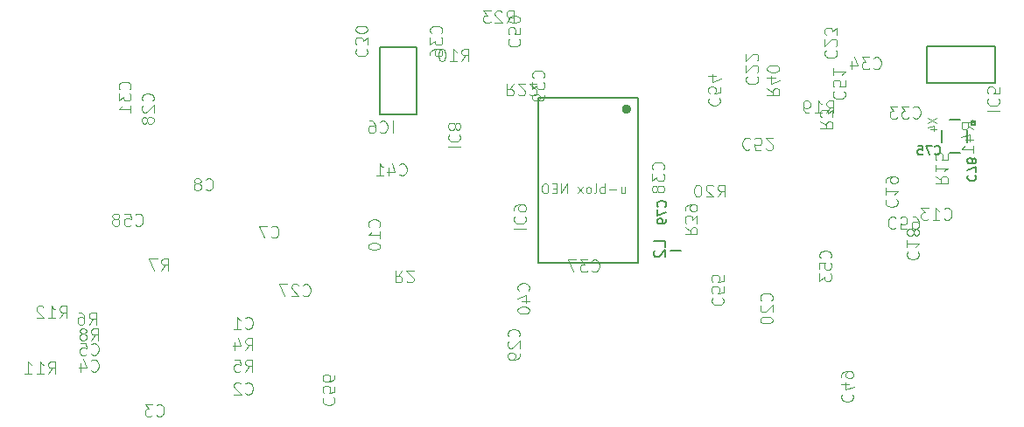
<source format=gbr>
%TF.GenerationSoftware,KiCad,Pcbnew,9.0.7*%
%TF.CreationDate,2026-01-09T15:07:01-08:00*%
%TF.ProjectId,W5500_LX9_AD9957_sramv2_gps,57353530-305f-44c5-9839-5f4144393935,rev?*%
%TF.SameCoordinates,Original*%
%TF.FileFunction,Legend,Bot*%
%TF.FilePolarity,Positive*%
%FSLAX46Y46*%
G04 Gerber Fmt 4.6, Leading zero omitted, Abs format (unit mm)*
G04 Created by KiCad (PCBNEW 9.0.7) date 2026-01-09 15:07:01*
%MOMM*%
%LPD*%
G01*
G04 APERTURE LIST*
%ADD10C,0.101600*%
%ADD11C,0.093472*%
%ADD12C,0.142240*%
%ADD13C,0.097790*%
%ADD14C,0.081280*%
%ADD15C,0.127000*%
%ADD16C,0.203200*%
%ADD17C,0.400000*%
G04 APERTURE END LIST*
D10*
X136343789Y-107768123D02*
X135954322Y-108324504D01*
X135676132Y-107768123D02*
X135676132Y-108936523D01*
X135676132Y-108936523D02*
X136121237Y-108936523D01*
X136121237Y-108936523D02*
X136232513Y-108880885D01*
X136232513Y-108880885D02*
X136288151Y-108825247D01*
X136288151Y-108825247D02*
X136343789Y-108713971D01*
X136343789Y-108713971D02*
X136343789Y-108547057D01*
X136343789Y-108547057D02*
X136288151Y-108435781D01*
X136288151Y-108435781D02*
X136232513Y-108380142D01*
X136232513Y-108380142D02*
X136121237Y-108324504D01*
X136121237Y-108324504D02*
X135676132Y-108324504D01*
X136788894Y-108825247D02*
X136844532Y-108880885D01*
X136844532Y-108880885D02*
X136955808Y-108936523D01*
X136955808Y-108936523D02*
X137233999Y-108936523D01*
X137233999Y-108936523D02*
X137345275Y-108880885D01*
X137345275Y-108880885D02*
X137400913Y-108825247D01*
X137400913Y-108825247D02*
X137456551Y-108713971D01*
X137456551Y-108713971D02*
X137456551Y-108602695D01*
X137456551Y-108602695D02*
X137400913Y-108435781D01*
X137400913Y-108435781D02*
X136733256Y-107768123D01*
X136733256Y-107768123D02*
X137456551Y-107768123D01*
D11*
X176807157Y-93309697D02*
X177367409Y-93701873D01*
X176807157Y-93981999D02*
X177983685Y-93981999D01*
X177983685Y-93981999D02*
X177983685Y-93533798D01*
X177983685Y-93533798D02*
X177927660Y-93421747D01*
X177927660Y-93421747D02*
X177871635Y-93365722D01*
X177871635Y-93365722D02*
X177759585Y-93309697D01*
X177759585Y-93309697D02*
X177591509Y-93309697D01*
X177591509Y-93309697D02*
X177479459Y-93365722D01*
X177479459Y-93365722D02*
X177423434Y-93421747D01*
X177423434Y-93421747D02*
X177367409Y-93533798D01*
X177367409Y-93533798D02*
X177367409Y-93981999D01*
X177983685Y-92917521D02*
X177983685Y-92189194D01*
X177983685Y-92189194D02*
X177535484Y-92581370D01*
X177535484Y-92581370D02*
X177535484Y-92413295D01*
X177535484Y-92413295D02*
X177479459Y-92301245D01*
X177479459Y-92301245D02*
X177423434Y-92245219D01*
X177423434Y-92245219D02*
X177311384Y-92189194D01*
X177311384Y-92189194D02*
X177031258Y-92189194D01*
X177031258Y-92189194D02*
X176919208Y-92245219D01*
X176919208Y-92245219D02*
X176863183Y-92301245D01*
X176863183Y-92301245D02*
X176807157Y-92413295D01*
X176807157Y-92413295D02*
X176807157Y-92749446D01*
X176807157Y-92749446D02*
X176863183Y-92861496D01*
X176863183Y-92861496D02*
X176919208Y-92917521D01*
X121179697Y-113339241D02*
X121235722Y-113395267D01*
X121235722Y-113395267D02*
X121403798Y-113451292D01*
X121403798Y-113451292D02*
X121515848Y-113451292D01*
X121515848Y-113451292D02*
X121683923Y-113395267D01*
X121683923Y-113395267D02*
X121795974Y-113283216D01*
X121795974Y-113283216D02*
X121851999Y-113171166D01*
X121851999Y-113171166D02*
X121908024Y-112947065D01*
X121908024Y-112947065D02*
X121908024Y-112778990D01*
X121908024Y-112778990D02*
X121851999Y-112554889D01*
X121851999Y-112554889D02*
X121795974Y-112442839D01*
X121795974Y-112442839D02*
X121683923Y-112330789D01*
X121683923Y-112330789D02*
X121515848Y-112274764D01*
X121515848Y-112274764D02*
X121403798Y-112274764D01*
X121403798Y-112274764D02*
X121235722Y-112330789D01*
X121235722Y-112330789D02*
X121179697Y-112386814D01*
X120059194Y-113451292D02*
X120731496Y-113451292D01*
X120395345Y-113451292D02*
X120395345Y-112274764D01*
X120395345Y-112274764D02*
X120507395Y-112442839D01*
X120507395Y-112442839D02*
X120619446Y-112554889D01*
X120619446Y-112554889D02*
X120731496Y-112610915D01*
X121179697Y-119689241D02*
X121235722Y-119745267D01*
X121235722Y-119745267D02*
X121403798Y-119801292D01*
X121403798Y-119801292D02*
X121515848Y-119801292D01*
X121515848Y-119801292D02*
X121683923Y-119745267D01*
X121683923Y-119745267D02*
X121795974Y-119633216D01*
X121795974Y-119633216D02*
X121851999Y-119521166D01*
X121851999Y-119521166D02*
X121908024Y-119297065D01*
X121908024Y-119297065D02*
X121908024Y-119128990D01*
X121908024Y-119128990D02*
X121851999Y-118904889D01*
X121851999Y-118904889D02*
X121795974Y-118792839D01*
X121795974Y-118792839D02*
X121683923Y-118680789D01*
X121683923Y-118680789D02*
X121515848Y-118624764D01*
X121515848Y-118624764D02*
X121403798Y-118624764D01*
X121403798Y-118624764D02*
X121235722Y-118680789D01*
X121235722Y-118680789D02*
X121179697Y-118736814D01*
X120731496Y-118736814D02*
X120675471Y-118680789D01*
X120675471Y-118680789D02*
X120563421Y-118624764D01*
X120563421Y-118624764D02*
X120283295Y-118624764D01*
X120283295Y-118624764D02*
X120171245Y-118680789D01*
X120171245Y-118680789D02*
X120115219Y-118736814D01*
X120115219Y-118736814D02*
X120059194Y-118848864D01*
X120059194Y-118848864D02*
X120059194Y-118960915D01*
X120059194Y-118960915D02*
X120115219Y-119128990D01*
X120115219Y-119128990D02*
X120787521Y-119801292D01*
X120787521Y-119801292D02*
X120059194Y-119801292D01*
D10*
X112569660Y-121806549D02*
X112625298Y-121862188D01*
X112625298Y-121862188D02*
X112792212Y-121917826D01*
X112792212Y-121917826D02*
X112903488Y-121917826D01*
X112903488Y-121917826D02*
X113070403Y-121862188D01*
X113070403Y-121862188D02*
X113181679Y-121750911D01*
X113181679Y-121750911D02*
X113237317Y-121639635D01*
X113237317Y-121639635D02*
X113292955Y-121417083D01*
X113292955Y-121417083D02*
X113292955Y-121250168D01*
X113292955Y-121250168D02*
X113237317Y-121027616D01*
X113237317Y-121027616D02*
X113181679Y-120916340D01*
X113181679Y-120916340D02*
X113070403Y-120805064D01*
X113070403Y-120805064D02*
X112903488Y-120749426D01*
X112903488Y-120749426D02*
X112792212Y-120749426D01*
X112792212Y-120749426D02*
X112625298Y-120805064D01*
X112625298Y-120805064D02*
X112569660Y-120860702D01*
X112180193Y-120749426D02*
X111456898Y-120749426D01*
X111456898Y-120749426D02*
X111846365Y-121194530D01*
X111846365Y-121194530D02*
X111679450Y-121194530D01*
X111679450Y-121194530D02*
X111568174Y-121250168D01*
X111568174Y-121250168D02*
X111512536Y-121305807D01*
X111512536Y-121305807D02*
X111456898Y-121417083D01*
X111456898Y-121417083D02*
X111456898Y-121695273D01*
X111456898Y-121695273D02*
X111512536Y-121806549D01*
X111512536Y-121806549D02*
X111568174Y-121862188D01*
X111568174Y-121862188D02*
X111679450Y-121917826D01*
X111679450Y-121917826D02*
X112013279Y-121917826D01*
X112013279Y-121917826D02*
X112124555Y-121862188D01*
X112124555Y-121862188D02*
X112180193Y-121806549D01*
D11*
X121179697Y-115515042D02*
X121571873Y-114954790D01*
X121851999Y-115515042D02*
X121851999Y-114338514D01*
X121851999Y-114338514D02*
X121403798Y-114338514D01*
X121403798Y-114338514D02*
X121291747Y-114394539D01*
X121291747Y-114394539D02*
X121235722Y-114450564D01*
X121235722Y-114450564D02*
X121179697Y-114562614D01*
X121179697Y-114562614D02*
X121179697Y-114730690D01*
X121179697Y-114730690D02*
X121235722Y-114842740D01*
X121235722Y-114842740D02*
X121291747Y-114898765D01*
X121291747Y-114898765D02*
X121403798Y-114954790D01*
X121403798Y-114954790D02*
X121851999Y-114954790D01*
X120171245Y-114730690D02*
X120171245Y-115515042D01*
X120451370Y-114282489D02*
X120731496Y-115122866D01*
X120731496Y-115122866D02*
X120003169Y-115122866D01*
X121179697Y-117578792D02*
X121571873Y-117018540D01*
X121851999Y-117578792D02*
X121851999Y-116402264D01*
X121851999Y-116402264D02*
X121403798Y-116402264D01*
X121403798Y-116402264D02*
X121291747Y-116458289D01*
X121291747Y-116458289D02*
X121235722Y-116514314D01*
X121235722Y-116514314D02*
X121179697Y-116626364D01*
X121179697Y-116626364D02*
X121179697Y-116794440D01*
X121179697Y-116794440D02*
X121235722Y-116906490D01*
X121235722Y-116906490D02*
X121291747Y-116962515D01*
X121291747Y-116962515D02*
X121403798Y-117018540D01*
X121403798Y-117018540D02*
X121851999Y-117018540D01*
X120115219Y-116402264D02*
X120675471Y-116402264D01*
X120675471Y-116402264D02*
X120731496Y-116962515D01*
X120731496Y-116962515D02*
X120675471Y-116906490D01*
X120675471Y-116906490D02*
X120563421Y-116850465D01*
X120563421Y-116850465D02*
X120283295Y-116850465D01*
X120283295Y-116850465D02*
X120171245Y-116906490D01*
X120171245Y-116906490D02*
X120115219Y-116962515D01*
X120115219Y-116962515D02*
X120059194Y-117074565D01*
X120059194Y-117074565D02*
X120059194Y-117354691D01*
X120059194Y-117354691D02*
X120115219Y-117466741D01*
X120115219Y-117466741D02*
X120171245Y-117522767D01*
X120171245Y-117522767D02*
X120283295Y-117578792D01*
X120283295Y-117578792D02*
X120563421Y-117578792D01*
X120563421Y-117578792D02*
X120675471Y-117522767D01*
X120675471Y-117522767D02*
X120731496Y-117466741D01*
X106257197Y-117466741D02*
X106313222Y-117522767D01*
X106313222Y-117522767D02*
X106481298Y-117578792D01*
X106481298Y-117578792D02*
X106593348Y-117578792D01*
X106593348Y-117578792D02*
X106761423Y-117522767D01*
X106761423Y-117522767D02*
X106873474Y-117410716D01*
X106873474Y-117410716D02*
X106929499Y-117298666D01*
X106929499Y-117298666D02*
X106985524Y-117074565D01*
X106985524Y-117074565D02*
X106985524Y-116906490D01*
X106985524Y-116906490D02*
X106929499Y-116682389D01*
X106929499Y-116682389D02*
X106873474Y-116570339D01*
X106873474Y-116570339D02*
X106761423Y-116458289D01*
X106761423Y-116458289D02*
X106593348Y-116402264D01*
X106593348Y-116402264D02*
X106481298Y-116402264D01*
X106481298Y-116402264D02*
X106313222Y-116458289D01*
X106313222Y-116458289D02*
X106257197Y-116514314D01*
X105248745Y-116794440D02*
X105248745Y-117578792D01*
X105528870Y-116346239D02*
X105808996Y-117186616D01*
X105808996Y-117186616D02*
X105080669Y-117186616D01*
X106059678Y-113027255D02*
X106451854Y-112467003D01*
X106731980Y-113027255D02*
X106731980Y-111850727D01*
X106731980Y-111850727D02*
X106283779Y-111850727D01*
X106283779Y-111850727D02*
X106171728Y-111906752D01*
X106171728Y-111906752D02*
X106115703Y-111962777D01*
X106115703Y-111962777D02*
X106059678Y-112074827D01*
X106059678Y-112074827D02*
X106059678Y-112242903D01*
X106059678Y-112242903D02*
X106115703Y-112354953D01*
X106115703Y-112354953D02*
X106171728Y-112410978D01*
X106171728Y-112410978D02*
X106283779Y-112467003D01*
X106283779Y-112467003D02*
X106731980Y-112467003D01*
X105051226Y-111850727D02*
X105275326Y-111850727D01*
X105275326Y-111850727D02*
X105387376Y-111906752D01*
X105387376Y-111906752D02*
X105443402Y-111962777D01*
X105443402Y-111962777D02*
X105555452Y-112130852D01*
X105555452Y-112130852D02*
X105611477Y-112354953D01*
X105611477Y-112354953D02*
X105611477Y-112803154D01*
X105611477Y-112803154D02*
X105555452Y-112915204D01*
X105555452Y-112915204D02*
X105499427Y-112971230D01*
X105499427Y-112971230D02*
X105387376Y-113027255D01*
X105387376Y-113027255D02*
X105163276Y-113027255D01*
X105163276Y-113027255D02*
X105051226Y-112971230D01*
X105051226Y-112971230D02*
X104995200Y-112915204D01*
X104995200Y-112915204D02*
X104939175Y-112803154D01*
X104939175Y-112803154D02*
X104939175Y-112523028D01*
X104939175Y-112523028D02*
X104995200Y-112410978D01*
X104995200Y-112410978D02*
X105051226Y-112354953D01*
X105051226Y-112354953D02*
X105163276Y-112298928D01*
X105163276Y-112298928D02*
X105387376Y-112298928D01*
X105387376Y-112298928D02*
X105499427Y-112354953D01*
X105499427Y-112354953D02*
X105555452Y-112410978D01*
X105555452Y-112410978D02*
X105611477Y-112523028D01*
X113044678Y-107788505D02*
X113436854Y-107228253D01*
X113716980Y-107788505D02*
X113716980Y-106611977D01*
X113716980Y-106611977D02*
X113268779Y-106611977D01*
X113268779Y-106611977D02*
X113156728Y-106668002D01*
X113156728Y-106668002D02*
X113100703Y-106724027D01*
X113100703Y-106724027D02*
X113044678Y-106836077D01*
X113044678Y-106836077D02*
X113044678Y-107004153D01*
X113044678Y-107004153D02*
X113100703Y-107116203D01*
X113100703Y-107116203D02*
X113156728Y-107172228D01*
X113156728Y-107172228D02*
X113268779Y-107228253D01*
X113268779Y-107228253D02*
X113716980Y-107228253D01*
X112652502Y-106611977D02*
X111868150Y-106611977D01*
X111868150Y-106611977D02*
X112372376Y-107788505D01*
X106257197Y-114562542D02*
X106649373Y-114002290D01*
X106929499Y-114562542D02*
X106929499Y-113386014D01*
X106929499Y-113386014D02*
X106481298Y-113386014D01*
X106481298Y-113386014D02*
X106369247Y-113442039D01*
X106369247Y-113442039D02*
X106313222Y-113498064D01*
X106313222Y-113498064D02*
X106257197Y-113610114D01*
X106257197Y-113610114D02*
X106257197Y-113778190D01*
X106257197Y-113778190D02*
X106313222Y-113890240D01*
X106313222Y-113890240D02*
X106369247Y-113946265D01*
X106369247Y-113946265D02*
X106481298Y-114002290D01*
X106481298Y-114002290D02*
X106929499Y-114002290D01*
X105584895Y-113890240D02*
X105696946Y-113834215D01*
X105696946Y-113834215D02*
X105752971Y-113778190D01*
X105752971Y-113778190D02*
X105808996Y-113666139D01*
X105808996Y-113666139D02*
X105808996Y-113610114D01*
X105808996Y-113610114D02*
X105752971Y-113498064D01*
X105752971Y-113498064D02*
X105696946Y-113442039D01*
X105696946Y-113442039D02*
X105584895Y-113386014D01*
X105584895Y-113386014D02*
X105360795Y-113386014D01*
X105360795Y-113386014D02*
X105248745Y-113442039D01*
X105248745Y-113442039D02*
X105192719Y-113498064D01*
X105192719Y-113498064D02*
X105136694Y-113610114D01*
X105136694Y-113610114D02*
X105136694Y-113666139D01*
X105136694Y-113666139D02*
X105192719Y-113778190D01*
X105192719Y-113778190D02*
X105248745Y-113834215D01*
X105248745Y-113834215D02*
X105360795Y-113890240D01*
X105360795Y-113890240D02*
X105584895Y-113890240D01*
X105584895Y-113890240D02*
X105696946Y-113946265D01*
X105696946Y-113946265D02*
X105752971Y-114002290D01*
X105752971Y-114002290D02*
X105808996Y-114114341D01*
X105808996Y-114114341D02*
X105808996Y-114338441D01*
X105808996Y-114338441D02*
X105752971Y-114450491D01*
X105752971Y-114450491D02*
X105696946Y-114506517D01*
X105696946Y-114506517D02*
X105584895Y-114562542D01*
X105584895Y-114562542D02*
X105360795Y-114562542D01*
X105360795Y-114562542D02*
X105248745Y-114506517D01*
X105248745Y-114506517D02*
X105192719Y-114450491D01*
X105192719Y-114450491D02*
X105136694Y-114338441D01*
X105136694Y-114338441D02*
X105136694Y-114114341D01*
X105136694Y-114114341D02*
X105192719Y-114002290D01*
X105192719Y-114002290D02*
X105248745Y-113946265D01*
X105248745Y-113946265D02*
X105360795Y-113890240D01*
X106257197Y-115879241D02*
X106313222Y-115935267D01*
X106313222Y-115935267D02*
X106481298Y-115991292D01*
X106481298Y-115991292D02*
X106593348Y-115991292D01*
X106593348Y-115991292D02*
X106761423Y-115935267D01*
X106761423Y-115935267D02*
X106873474Y-115823216D01*
X106873474Y-115823216D02*
X106929499Y-115711166D01*
X106929499Y-115711166D02*
X106985524Y-115487065D01*
X106985524Y-115487065D02*
X106985524Y-115318990D01*
X106985524Y-115318990D02*
X106929499Y-115094889D01*
X106929499Y-115094889D02*
X106873474Y-114982839D01*
X106873474Y-114982839D02*
X106761423Y-114870789D01*
X106761423Y-114870789D02*
X106593348Y-114814764D01*
X106593348Y-114814764D02*
X106481298Y-114814764D01*
X106481298Y-114814764D02*
X106313222Y-114870789D01*
X106313222Y-114870789D02*
X106257197Y-114926814D01*
X105192719Y-114814764D02*
X105752971Y-114814764D01*
X105752971Y-114814764D02*
X105808996Y-115375015D01*
X105808996Y-115375015D02*
X105752971Y-115318990D01*
X105752971Y-115318990D02*
X105640921Y-115262965D01*
X105640921Y-115262965D02*
X105360795Y-115262965D01*
X105360795Y-115262965D02*
X105248745Y-115318990D01*
X105248745Y-115318990D02*
X105192719Y-115375015D01*
X105192719Y-115375015D02*
X105136694Y-115487065D01*
X105136694Y-115487065D02*
X105136694Y-115767191D01*
X105136694Y-115767191D02*
X105192719Y-115879241D01*
X105192719Y-115879241D02*
X105248745Y-115935267D01*
X105248745Y-115935267D02*
X105360795Y-115991292D01*
X105360795Y-115991292D02*
X105640921Y-115991292D01*
X105640921Y-115991292D02*
X105752971Y-115935267D01*
X105752971Y-115935267D02*
X105808996Y-115879241D01*
D10*
X123682160Y-104502799D02*
X123737798Y-104558438D01*
X123737798Y-104558438D02*
X123904712Y-104614076D01*
X123904712Y-104614076D02*
X124015988Y-104614076D01*
X124015988Y-104614076D02*
X124182903Y-104558438D01*
X124182903Y-104558438D02*
X124294179Y-104447161D01*
X124294179Y-104447161D02*
X124349817Y-104335885D01*
X124349817Y-104335885D02*
X124405455Y-104113333D01*
X124405455Y-104113333D02*
X124405455Y-103946418D01*
X124405455Y-103946418D02*
X124349817Y-103723866D01*
X124349817Y-103723866D02*
X124294179Y-103612590D01*
X124294179Y-103612590D02*
X124182903Y-103501314D01*
X124182903Y-103501314D02*
X124015988Y-103445676D01*
X124015988Y-103445676D02*
X123904712Y-103445676D01*
X123904712Y-103445676D02*
X123737798Y-103501314D01*
X123737798Y-103501314D02*
X123682160Y-103556952D01*
X123292693Y-103445676D02*
X122513760Y-103445676D01*
X122513760Y-103445676D02*
X123014503Y-104614076D01*
X117332160Y-99899049D02*
X117387798Y-99954688D01*
X117387798Y-99954688D02*
X117554712Y-100010326D01*
X117554712Y-100010326D02*
X117665988Y-100010326D01*
X117665988Y-100010326D02*
X117832903Y-99954688D01*
X117832903Y-99954688D02*
X117944179Y-99843411D01*
X117944179Y-99843411D02*
X117999817Y-99732135D01*
X117999817Y-99732135D02*
X118055455Y-99509583D01*
X118055455Y-99509583D02*
X118055455Y-99342668D01*
X118055455Y-99342668D02*
X117999817Y-99120116D01*
X117999817Y-99120116D02*
X117944179Y-99008840D01*
X117944179Y-99008840D02*
X117832903Y-98897564D01*
X117832903Y-98897564D02*
X117665988Y-98841926D01*
X117665988Y-98841926D02*
X117554712Y-98841926D01*
X117554712Y-98841926D02*
X117387798Y-98897564D01*
X117387798Y-98897564D02*
X117332160Y-98953202D01*
X116664503Y-99342668D02*
X116775779Y-99287030D01*
X116775779Y-99287030D02*
X116831417Y-99231392D01*
X116831417Y-99231392D02*
X116887055Y-99120116D01*
X116887055Y-99120116D02*
X116887055Y-99064478D01*
X116887055Y-99064478D02*
X116831417Y-98953202D01*
X116831417Y-98953202D02*
X116775779Y-98897564D01*
X116775779Y-98897564D02*
X116664503Y-98841926D01*
X116664503Y-98841926D02*
X116441950Y-98841926D01*
X116441950Y-98841926D02*
X116330674Y-98897564D01*
X116330674Y-98897564D02*
X116275036Y-98953202D01*
X116275036Y-98953202D02*
X116219398Y-99064478D01*
X116219398Y-99064478D02*
X116219398Y-99120116D01*
X116219398Y-99120116D02*
X116275036Y-99231392D01*
X116275036Y-99231392D02*
X116330674Y-99287030D01*
X116330674Y-99287030D02*
X116441950Y-99342668D01*
X116441950Y-99342668D02*
X116664503Y-99342668D01*
X116664503Y-99342668D02*
X116775779Y-99398307D01*
X116775779Y-99398307D02*
X116831417Y-99453945D01*
X116831417Y-99453945D02*
X116887055Y-99565221D01*
X116887055Y-99565221D02*
X116887055Y-99787773D01*
X116887055Y-99787773D02*
X116831417Y-99899049D01*
X116831417Y-99899049D02*
X116775779Y-99954688D01*
X116775779Y-99954688D02*
X116664503Y-100010326D01*
X116664503Y-100010326D02*
X116441950Y-100010326D01*
X116441950Y-100010326D02*
X116330674Y-99954688D01*
X116330674Y-99954688D02*
X116275036Y-99899049D01*
X116275036Y-99899049D02*
X116219398Y-99787773D01*
X116219398Y-99787773D02*
X116219398Y-99565221D01*
X116219398Y-99565221D02*
X116275036Y-99453945D01*
X116275036Y-99453945D02*
X116330674Y-99398307D01*
X116330674Y-99398307D02*
X116441950Y-99342668D01*
D11*
X102090928Y-117789755D02*
X102483104Y-117229503D01*
X102763230Y-117789755D02*
X102763230Y-116613227D01*
X102763230Y-116613227D02*
X102315029Y-116613227D01*
X102315029Y-116613227D02*
X102202978Y-116669252D01*
X102202978Y-116669252D02*
X102146953Y-116725277D01*
X102146953Y-116725277D02*
X102090928Y-116837327D01*
X102090928Y-116837327D02*
X102090928Y-117005403D01*
X102090928Y-117005403D02*
X102146953Y-117117453D01*
X102146953Y-117117453D02*
X102202978Y-117173478D01*
X102202978Y-117173478D02*
X102315029Y-117229503D01*
X102315029Y-117229503D02*
X102763230Y-117229503D01*
X100970425Y-117789755D02*
X101642727Y-117789755D01*
X101306576Y-117789755D02*
X101306576Y-116613227D01*
X101306576Y-116613227D02*
X101418626Y-116781302D01*
X101418626Y-116781302D02*
X101530677Y-116893352D01*
X101530677Y-116893352D02*
X101642727Y-116949378D01*
X99849922Y-117789755D02*
X100522224Y-117789755D01*
X100186073Y-117789755D02*
X100186073Y-116613227D01*
X100186073Y-116613227D02*
X100298123Y-116781302D01*
X100298123Y-116781302D02*
X100410174Y-116893352D01*
X100410174Y-116893352D02*
X100522224Y-116949378D01*
X103202178Y-112392255D02*
X103594354Y-111832003D01*
X103874480Y-112392255D02*
X103874480Y-111215727D01*
X103874480Y-111215727D02*
X103426279Y-111215727D01*
X103426279Y-111215727D02*
X103314228Y-111271752D01*
X103314228Y-111271752D02*
X103258203Y-111327777D01*
X103258203Y-111327777D02*
X103202178Y-111439827D01*
X103202178Y-111439827D02*
X103202178Y-111607903D01*
X103202178Y-111607903D02*
X103258203Y-111719953D01*
X103258203Y-111719953D02*
X103314228Y-111775978D01*
X103314228Y-111775978D02*
X103426279Y-111832003D01*
X103426279Y-111832003D02*
X103874480Y-111832003D01*
X102081675Y-112392255D02*
X102753977Y-112392255D01*
X102417826Y-112392255D02*
X102417826Y-111215727D01*
X102417826Y-111215727D02*
X102529876Y-111383802D01*
X102529876Y-111383802D02*
X102641927Y-111495852D01*
X102641927Y-111495852D02*
X102753977Y-111551878D01*
X101633474Y-111327777D02*
X101577449Y-111271752D01*
X101577449Y-111271752D02*
X101465399Y-111215727D01*
X101465399Y-111215727D02*
X101185273Y-111215727D01*
X101185273Y-111215727D02*
X101073223Y-111271752D01*
X101073223Y-111271752D02*
X101017197Y-111327777D01*
X101017197Y-111327777D02*
X100961172Y-111439827D01*
X100961172Y-111439827D02*
X100961172Y-111551878D01*
X100961172Y-111551878D02*
X101017197Y-111719953D01*
X101017197Y-111719953D02*
X101689499Y-112392255D01*
X101689499Y-112392255D02*
X100961172Y-112392255D01*
D10*
X188769660Y-102756549D02*
X188825298Y-102812188D01*
X188825298Y-102812188D02*
X188992212Y-102867826D01*
X188992212Y-102867826D02*
X189103488Y-102867826D01*
X189103488Y-102867826D02*
X189270403Y-102812188D01*
X189270403Y-102812188D02*
X189381679Y-102700911D01*
X189381679Y-102700911D02*
X189437317Y-102589635D01*
X189437317Y-102589635D02*
X189492955Y-102367083D01*
X189492955Y-102367083D02*
X189492955Y-102200168D01*
X189492955Y-102200168D02*
X189437317Y-101977616D01*
X189437317Y-101977616D02*
X189381679Y-101866340D01*
X189381679Y-101866340D02*
X189270403Y-101755064D01*
X189270403Y-101755064D02*
X189103488Y-101699426D01*
X189103488Y-101699426D02*
X188992212Y-101699426D01*
X188992212Y-101699426D02*
X188825298Y-101755064D01*
X188825298Y-101755064D02*
X188769660Y-101810702D01*
X187656898Y-102867826D02*
X188324555Y-102867826D01*
X187990727Y-102867826D02*
X187990727Y-101699426D01*
X187990727Y-101699426D02*
X188102003Y-101866340D01*
X188102003Y-101866340D02*
X188213279Y-101977616D01*
X188213279Y-101977616D02*
X188324555Y-102033254D01*
X187267431Y-101699426D02*
X186544136Y-101699426D01*
X186544136Y-101699426D02*
X186933603Y-102144530D01*
X186933603Y-102144530D02*
X186766688Y-102144530D01*
X186766688Y-102144530D02*
X186655412Y-102200168D01*
X186655412Y-102200168D02*
X186599774Y-102255807D01*
X186599774Y-102255807D02*
X186544136Y-102367083D01*
X186544136Y-102367083D02*
X186544136Y-102645273D01*
X186544136Y-102645273D02*
X186599774Y-102756549D01*
X186599774Y-102756549D02*
X186655412Y-102812188D01*
X186655412Y-102812188D02*
X186766688Y-102867826D01*
X186766688Y-102867826D02*
X187100517Y-102867826D01*
X187100517Y-102867826D02*
X187211793Y-102812188D01*
X187211793Y-102812188D02*
X187267431Y-102756549D01*
X185279400Y-105972160D02*
X185223762Y-106027798D01*
X185223762Y-106027798D02*
X185168123Y-106194712D01*
X185168123Y-106194712D02*
X185168123Y-106305988D01*
X185168123Y-106305988D02*
X185223762Y-106472903D01*
X185223762Y-106472903D02*
X185335038Y-106584179D01*
X185335038Y-106584179D02*
X185446314Y-106639817D01*
X185446314Y-106639817D02*
X185668866Y-106695455D01*
X185668866Y-106695455D02*
X185835781Y-106695455D01*
X185835781Y-106695455D02*
X186058333Y-106639817D01*
X186058333Y-106639817D02*
X186169609Y-106584179D01*
X186169609Y-106584179D02*
X186280885Y-106472903D01*
X186280885Y-106472903D02*
X186336523Y-106305988D01*
X186336523Y-106305988D02*
X186336523Y-106194712D01*
X186336523Y-106194712D02*
X186280885Y-106027798D01*
X186280885Y-106027798D02*
X186225247Y-105972160D01*
X185168123Y-104859398D02*
X185168123Y-105527055D01*
X185168123Y-105193227D02*
X186336523Y-105193227D01*
X186336523Y-105193227D02*
X186169609Y-105304503D01*
X186169609Y-105304503D02*
X186058333Y-105415779D01*
X186058333Y-105415779D02*
X186002695Y-105527055D01*
X185835781Y-104191741D02*
X185891419Y-104303017D01*
X185891419Y-104303017D02*
X185947057Y-104358655D01*
X185947057Y-104358655D02*
X186058333Y-104414293D01*
X186058333Y-104414293D02*
X186113971Y-104414293D01*
X186113971Y-104414293D02*
X186225247Y-104358655D01*
X186225247Y-104358655D02*
X186280885Y-104303017D01*
X186280885Y-104303017D02*
X186336523Y-104191741D01*
X186336523Y-104191741D02*
X186336523Y-103969188D01*
X186336523Y-103969188D02*
X186280885Y-103857912D01*
X186280885Y-103857912D02*
X186225247Y-103802274D01*
X186225247Y-103802274D02*
X186113971Y-103746636D01*
X186113971Y-103746636D02*
X186058333Y-103746636D01*
X186058333Y-103746636D02*
X185947057Y-103802274D01*
X185947057Y-103802274D02*
X185891419Y-103857912D01*
X185891419Y-103857912D02*
X185835781Y-103969188D01*
X185835781Y-103969188D02*
X185835781Y-104191741D01*
X185835781Y-104191741D02*
X185780142Y-104303017D01*
X185780142Y-104303017D02*
X185724504Y-104358655D01*
X185724504Y-104358655D02*
X185613228Y-104414293D01*
X185613228Y-104414293D02*
X185390676Y-104414293D01*
X185390676Y-104414293D02*
X185279400Y-104358655D01*
X185279400Y-104358655D02*
X185223762Y-104303017D01*
X185223762Y-104303017D02*
X185168123Y-104191741D01*
X185168123Y-104191741D02*
X185168123Y-103969188D01*
X185168123Y-103969188D02*
X185223762Y-103857912D01*
X185223762Y-103857912D02*
X185279400Y-103802274D01*
X185279400Y-103802274D02*
X185390676Y-103746636D01*
X185390676Y-103746636D02*
X185613228Y-103746636D01*
X185613228Y-103746636D02*
X185724504Y-103802274D01*
X185724504Y-103802274D02*
X185780142Y-103857912D01*
X185780142Y-103857912D02*
X185835781Y-103969188D01*
X172060299Y-110696289D02*
X172115938Y-110640651D01*
X172115938Y-110640651D02*
X172171576Y-110473737D01*
X172171576Y-110473737D02*
X172171576Y-110362461D01*
X172171576Y-110362461D02*
X172115938Y-110195546D01*
X172115938Y-110195546D02*
X172004661Y-110084270D01*
X172004661Y-110084270D02*
X171893385Y-110028632D01*
X171893385Y-110028632D02*
X171670833Y-109972994D01*
X171670833Y-109972994D02*
X171503918Y-109972994D01*
X171503918Y-109972994D02*
X171281366Y-110028632D01*
X171281366Y-110028632D02*
X171170090Y-110084270D01*
X171170090Y-110084270D02*
X171058814Y-110195546D01*
X171058814Y-110195546D02*
X171003176Y-110362461D01*
X171003176Y-110362461D02*
X171003176Y-110473737D01*
X171003176Y-110473737D02*
X171058814Y-110640651D01*
X171058814Y-110640651D02*
X171114452Y-110696289D01*
X171114452Y-111141394D02*
X171058814Y-111197032D01*
X171058814Y-111197032D02*
X171003176Y-111308308D01*
X171003176Y-111308308D02*
X171003176Y-111586499D01*
X171003176Y-111586499D02*
X171058814Y-111697775D01*
X171058814Y-111697775D02*
X171114452Y-111753413D01*
X171114452Y-111753413D02*
X171225728Y-111809051D01*
X171225728Y-111809051D02*
X171337004Y-111809051D01*
X171337004Y-111809051D02*
X171503918Y-111753413D01*
X171503918Y-111753413D02*
X172171576Y-111085756D01*
X172171576Y-111085756D02*
X172171576Y-111809051D01*
X171003176Y-112532346D02*
X171003176Y-112643623D01*
X171003176Y-112643623D02*
X171058814Y-112754899D01*
X171058814Y-112754899D02*
X171114452Y-112810537D01*
X171114452Y-112810537D02*
X171225728Y-112866175D01*
X171225728Y-112866175D02*
X171448280Y-112921813D01*
X171448280Y-112921813D02*
X171726471Y-112921813D01*
X171726471Y-112921813D02*
X171949023Y-112866175D01*
X171949023Y-112866175D02*
X172060299Y-112810537D01*
X172060299Y-112810537D02*
X172115938Y-112754899D01*
X172115938Y-112754899D02*
X172171576Y-112643623D01*
X172171576Y-112643623D02*
X172171576Y-112532346D01*
X172171576Y-112532346D02*
X172115938Y-112421070D01*
X172115938Y-112421070D02*
X172060299Y-112365432D01*
X172060299Y-112365432D02*
X171949023Y-112309794D01*
X171949023Y-112309794D02*
X171726471Y-112254156D01*
X171726471Y-112254156D02*
X171448280Y-112254156D01*
X171448280Y-112254156D02*
X171225728Y-112309794D01*
X171225728Y-112309794D02*
X171114452Y-112365432D01*
X171114452Y-112365432D02*
X171058814Y-112421070D01*
X171058814Y-112421070D02*
X171003176Y-112532346D01*
X169721900Y-88985910D02*
X169666262Y-89041548D01*
X169666262Y-89041548D02*
X169610623Y-89208462D01*
X169610623Y-89208462D02*
X169610623Y-89319738D01*
X169610623Y-89319738D02*
X169666262Y-89486653D01*
X169666262Y-89486653D02*
X169777538Y-89597929D01*
X169777538Y-89597929D02*
X169888814Y-89653567D01*
X169888814Y-89653567D02*
X170111366Y-89709205D01*
X170111366Y-89709205D02*
X170278281Y-89709205D01*
X170278281Y-89709205D02*
X170500833Y-89653567D01*
X170500833Y-89653567D02*
X170612109Y-89597929D01*
X170612109Y-89597929D02*
X170723385Y-89486653D01*
X170723385Y-89486653D02*
X170779023Y-89319738D01*
X170779023Y-89319738D02*
X170779023Y-89208462D01*
X170779023Y-89208462D02*
X170723385Y-89041548D01*
X170723385Y-89041548D02*
X170667747Y-88985910D01*
X170667747Y-88540805D02*
X170723385Y-88485167D01*
X170723385Y-88485167D02*
X170779023Y-88373891D01*
X170779023Y-88373891D02*
X170779023Y-88095700D01*
X170779023Y-88095700D02*
X170723385Y-87984424D01*
X170723385Y-87984424D02*
X170667747Y-87928786D01*
X170667747Y-87928786D02*
X170556471Y-87873148D01*
X170556471Y-87873148D02*
X170445195Y-87873148D01*
X170445195Y-87873148D02*
X170278281Y-87928786D01*
X170278281Y-87928786D02*
X169610623Y-88596443D01*
X169610623Y-88596443D02*
X169610623Y-87873148D01*
X170667747Y-87428043D02*
X170723385Y-87372405D01*
X170723385Y-87372405D02*
X170779023Y-87261129D01*
X170779023Y-87261129D02*
X170779023Y-86982938D01*
X170779023Y-86982938D02*
X170723385Y-86871662D01*
X170723385Y-86871662D02*
X170667747Y-86816024D01*
X170667747Y-86816024D02*
X170556471Y-86760386D01*
X170556471Y-86760386D02*
X170445195Y-86760386D01*
X170445195Y-86760386D02*
X170278281Y-86816024D01*
X170278281Y-86816024D02*
X169610623Y-87483681D01*
X169610623Y-87483681D02*
X169610623Y-86760386D01*
X177341900Y-86445910D02*
X177286262Y-86501548D01*
X177286262Y-86501548D02*
X177230623Y-86668462D01*
X177230623Y-86668462D02*
X177230623Y-86779738D01*
X177230623Y-86779738D02*
X177286262Y-86946653D01*
X177286262Y-86946653D02*
X177397538Y-87057929D01*
X177397538Y-87057929D02*
X177508814Y-87113567D01*
X177508814Y-87113567D02*
X177731366Y-87169205D01*
X177731366Y-87169205D02*
X177898281Y-87169205D01*
X177898281Y-87169205D02*
X178120833Y-87113567D01*
X178120833Y-87113567D02*
X178232109Y-87057929D01*
X178232109Y-87057929D02*
X178343385Y-86946653D01*
X178343385Y-86946653D02*
X178399023Y-86779738D01*
X178399023Y-86779738D02*
X178399023Y-86668462D01*
X178399023Y-86668462D02*
X178343385Y-86501548D01*
X178343385Y-86501548D02*
X178287747Y-86445910D01*
X178287747Y-86000805D02*
X178343385Y-85945167D01*
X178343385Y-85945167D02*
X178399023Y-85833891D01*
X178399023Y-85833891D02*
X178399023Y-85555700D01*
X178399023Y-85555700D02*
X178343385Y-85444424D01*
X178343385Y-85444424D02*
X178287747Y-85388786D01*
X178287747Y-85388786D02*
X178176471Y-85333148D01*
X178176471Y-85333148D02*
X178065195Y-85333148D01*
X178065195Y-85333148D02*
X177898281Y-85388786D01*
X177898281Y-85388786D02*
X177230623Y-86056443D01*
X177230623Y-86056443D02*
X177230623Y-85333148D01*
X178399023Y-84943681D02*
X178399023Y-84220386D01*
X178399023Y-84220386D02*
X177953919Y-84609853D01*
X177953919Y-84609853D02*
X177953919Y-84442938D01*
X177953919Y-84442938D02*
X177898281Y-84331662D01*
X177898281Y-84331662D02*
X177842642Y-84276024D01*
X177842642Y-84276024D02*
X177731366Y-84220386D01*
X177731366Y-84220386D02*
X177453176Y-84220386D01*
X177453176Y-84220386D02*
X177341900Y-84276024D01*
X177341900Y-84276024D02*
X177286262Y-84331662D01*
X177286262Y-84331662D02*
X177230623Y-84442938D01*
X177230623Y-84442938D02*
X177230623Y-84776767D01*
X177230623Y-84776767D02*
X177286262Y-84888043D01*
X177286262Y-84888043D02*
X177341900Y-84943681D01*
D11*
X126745200Y-110164241D02*
X126801225Y-110220267D01*
X126801225Y-110220267D02*
X126969301Y-110276292D01*
X126969301Y-110276292D02*
X127081351Y-110276292D01*
X127081351Y-110276292D02*
X127249426Y-110220267D01*
X127249426Y-110220267D02*
X127361477Y-110108216D01*
X127361477Y-110108216D02*
X127417502Y-109996166D01*
X127417502Y-109996166D02*
X127473527Y-109772065D01*
X127473527Y-109772065D02*
X127473527Y-109603990D01*
X127473527Y-109603990D02*
X127417502Y-109379889D01*
X127417502Y-109379889D02*
X127361477Y-109267839D01*
X127361477Y-109267839D02*
X127249426Y-109155789D01*
X127249426Y-109155789D02*
X127081351Y-109099764D01*
X127081351Y-109099764D02*
X126969301Y-109099764D01*
X126969301Y-109099764D02*
X126801225Y-109155789D01*
X126801225Y-109155789D02*
X126745200Y-109211814D01*
X126296999Y-109211814D02*
X126240974Y-109155789D01*
X126240974Y-109155789D02*
X126128924Y-109099764D01*
X126128924Y-109099764D02*
X125848798Y-109099764D01*
X125848798Y-109099764D02*
X125736748Y-109155789D01*
X125736748Y-109155789D02*
X125680722Y-109211814D01*
X125680722Y-109211814D02*
X125624697Y-109323864D01*
X125624697Y-109323864D02*
X125624697Y-109435915D01*
X125624697Y-109435915D02*
X125680722Y-109603990D01*
X125680722Y-109603990D02*
X126353024Y-110276292D01*
X126353024Y-110276292D02*
X125624697Y-110276292D01*
X125232521Y-109099764D02*
X124448169Y-109099764D01*
X124448169Y-109099764D02*
X124952395Y-110276292D01*
D10*
X112211549Y-91328789D02*
X112267188Y-91273151D01*
X112267188Y-91273151D02*
X112322826Y-91106237D01*
X112322826Y-91106237D02*
X112322826Y-90994961D01*
X112322826Y-90994961D02*
X112267188Y-90828046D01*
X112267188Y-90828046D02*
X112155911Y-90716770D01*
X112155911Y-90716770D02*
X112044635Y-90661132D01*
X112044635Y-90661132D02*
X111822083Y-90605494D01*
X111822083Y-90605494D02*
X111655168Y-90605494D01*
X111655168Y-90605494D02*
X111432616Y-90661132D01*
X111432616Y-90661132D02*
X111321340Y-90716770D01*
X111321340Y-90716770D02*
X111210064Y-90828046D01*
X111210064Y-90828046D02*
X111154426Y-90994961D01*
X111154426Y-90994961D02*
X111154426Y-91106237D01*
X111154426Y-91106237D02*
X111210064Y-91273151D01*
X111210064Y-91273151D02*
X111265702Y-91328789D01*
X111265702Y-91773894D02*
X111210064Y-91829532D01*
X111210064Y-91829532D02*
X111154426Y-91940808D01*
X111154426Y-91940808D02*
X111154426Y-92218999D01*
X111154426Y-92218999D02*
X111210064Y-92330275D01*
X111210064Y-92330275D02*
X111265702Y-92385913D01*
X111265702Y-92385913D02*
X111376978Y-92441551D01*
X111376978Y-92441551D02*
X111488254Y-92441551D01*
X111488254Y-92441551D02*
X111655168Y-92385913D01*
X111655168Y-92385913D02*
X112322826Y-91718256D01*
X112322826Y-91718256D02*
X112322826Y-92441551D01*
X111655168Y-93109208D02*
X111599530Y-92997932D01*
X111599530Y-92997932D02*
X111543892Y-92942294D01*
X111543892Y-92942294D02*
X111432616Y-92886656D01*
X111432616Y-92886656D02*
X111376978Y-92886656D01*
X111376978Y-92886656D02*
X111265702Y-92942294D01*
X111265702Y-92942294D02*
X111210064Y-92997932D01*
X111210064Y-92997932D02*
X111154426Y-93109208D01*
X111154426Y-93109208D02*
X111154426Y-93331761D01*
X111154426Y-93331761D02*
X111210064Y-93443037D01*
X111210064Y-93443037D02*
X111265702Y-93498675D01*
X111265702Y-93498675D02*
X111376978Y-93554313D01*
X111376978Y-93554313D02*
X111432616Y-93554313D01*
X111432616Y-93554313D02*
X111543892Y-93498675D01*
X111543892Y-93498675D02*
X111599530Y-93443037D01*
X111599530Y-93443037D02*
X111655168Y-93331761D01*
X111655168Y-93331761D02*
X111655168Y-93109208D01*
X111655168Y-93109208D02*
X111710807Y-92997932D01*
X111710807Y-92997932D02*
X111766445Y-92942294D01*
X111766445Y-92942294D02*
X111877721Y-92886656D01*
X111877721Y-92886656D02*
X112100273Y-92886656D01*
X112100273Y-92886656D02*
X112211549Y-92942294D01*
X112211549Y-92942294D02*
X112267188Y-92997932D01*
X112267188Y-92997932D02*
X112322826Y-93109208D01*
X112322826Y-93109208D02*
X112322826Y-93331761D01*
X112322826Y-93331761D02*
X112267188Y-93443037D01*
X112267188Y-93443037D02*
X112211549Y-93498675D01*
X112211549Y-93498675D02*
X112100273Y-93554313D01*
X112100273Y-93554313D02*
X111877721Y-93554313D01*
X111877721Y-93554313D02*
X111766445Y-93498675D01*
X111766445Y-93498675D02*
X111710807Y-93443037D01*
X111710807Y-93443037D02*
X111655168Y-93331761D01*
X147612799Y-114188789D02*
X147668438Y-114133151D01*
X147668438Y-114133151D02*
X147724076Y-113966237D01*
X147724076Y-113966237D02*
X147724076Y-113854961D01*
X147724076Y-113854961D02*
X147668438Y-113688046D01*
X147668438Y-113688046D02*
X147557161Y-113576770D01*
X147557161Y-113576770D02*
X147445885Y-113521132D01*
X147445885Y-113521132D02*
X147223333Y-113465494D01*
X147223333Y-113465494D02*
X147056418Y-113465494D01*
X147056418Y-113465494D02*
X146833866Y-113521132D01*
X146833866Y-113521132D02*
X146722590Y-113576770D01*
X146722590Y-113576770D02*
X146611314Y-113688046D01*
X146611314Y-113688046D02*
X146555676Y-113854961D01*
X146555676Y-113854961D02*
X146555676Y-113966237D01*
X146555676Y-113966237D02*
X146611314Y-114133151D01*
X146611314Y-114133151D02*
X146666952Y-114188789D01*
X146666952Y-114633894D02*
X146611314Y-114689532D01*
X146611314Y-114689532D02*
X146555676Y-114800808D01*
X146555676Y-114800808D02*
X146555676Y-115078999D01*
X146555676Y-115078999D02*
X146611314Y-115190275D01*
X146611314Y-115190275D02*
X146666952Y-115245913D01*
X146666952Y-115245913D02*
X146778228Y-115301551D01*
X146778228Y-115301551D02*
X146889504Y-115301551D01*
X146889504Y-115301551D02*
X147056418Y-115245913D01*
X147056418Y-115245913D02*
X147724076Y-114578256D01*
X147724076Y-114578256D02*
X147724076Y-115301551D01*
X147724076Y-115857932D02*
X147724076Y-116080484D01*
X147724076Y-116080484D02*
X147668438Y-116191761D01*
X147668438Y-116191761D02*
X147612799Y-116247399D01*
X147612799Y-116247399D02*
X147445885Y-116358675D01*
X147445885Y-116358675D02*
X147223333Y-116414313D01*
X147223333Y-116414313D02*
X146778228Y-116414313D01*
X146778228Y-116414313D02*
X146666952Y-116358675D01*
X146666952Y-116358675D02*
X146611314Y-116303037D01*
X146611314Y-116303037D02*
X146555676Y-116191761D01*
X146555676Y-116191761D02*
X146555676Y-115969208D01*
X146555676Y-115969208D02*
X146611314Y-115857932D01*
X146611314Y-115857932D02*
X146666952Y-115802294D01*
X146666952Y-115802294D02*
X146778228Y-115746656D01*
X146778228Y-115746656D02*
X147056418Y-115746656D01*
X147056418Y-115746656D02*
X147167695Y-115802294D01*
X147167695Y-115802294D02*
X147223333Y-115857932D01*
X147223333Y-115857932D02*
X147278971Y-115969208D01*
X147278971Y-115969208D02*
X147278971Y-116191761D01*
X147278971Y-116191761D02*
X147223333Y-116303037D01*
X147223333Y-116303037D02*
X147167695Y-116358675D01*
X147167695Y-116358675D02*
X147056418Y-116414313D01*
X131939400Y-86287160D02*
X131883762Y-86342798D01*
X131883762Y-86342798D02*
X131828123Y-86509712D01*
X131828123Y-86509712D02*
X131828123Y-86620988D01*
X131828123Y-86620988D02*
X131883762Y-86787903D01*
X131883762Y-86787903D02*
X131995038Y-86899179D01*
X131995038Y-86899179D02*
X132106314Y-86954817D01*
X132106314Y-86954817D02*
X132328866Y-87010455D01*
X132328866Y-87010455D02*
X132495781Y-87010455D01*
X132495781Y-87010455D02*
X132718333Y-86954817D01*
X132718333Y-86954817D02*
X132829609Y-86899179D01*
X132829609Y-86899179D02*
X132940885Y-86787903D01*
X132940885Y-86787903D02*
X132996523Y-86620988D01*
X132996523Y-86620988D02*
X132996523Y-86509712D01*
X132996523Y-86509712D02*
X132940885Y-86342798D01*
X132940885Y-86342798D02*
X132885247Y-86287160D01*
X132996523Y-85897693D02*
X132996523Y-85174398D01*
X132996523Y-85174398D02*
X132551419Y-85563865D01*
X132551419Y-85563865D02*
X132551419Y-85396950D01*
X132551419Y-85396950D02*
X132495781Y-85285674D01*
X132495781Y-85285674D02*
X132440142Y-85230036D01*
X132440142Y-85230036D02*
X132328866Y-85174398D01*
X132328866Y-85174398D02*
X132050676Y-85174398D01*
X132050676Y-85174398D02*
X131939400Y-85230036D01*
X131939400Y-85230036D02*
X131883762Y-85285674D01*
X131883762Y-85285674D02*
X131828123Y-85396950D01*
X131828123Y-85396950D02*
X131828123Y-85730779D01*
X131828123Y-85730779D02*
X131883762Y-85842055D01*
X131883762Y-85842055D02*
X131939400Y-85897693D01*
X132996523Y-84451103D02*
X132996523Y-84339826D01*
X132996523Y-84339826D02*
X132940885Y-84228550D01*
X132940885Y-84228550D02*
X132885247Y-84172912D01*
X132885247Y-84172912D02*
X132773971Y-84117274D01*
X132773971Y-84117274D02*
X132551419Y-84061636D01*
X132551419Y-84061636D02*
X132273228Y-84061636D01*
X132273228Y-84061636D02*
X132050676Y-84117274D01*
X132050676Y-84117274D02*
X131939400Y-84172912D01*
X131939400Y-84172912D02*
X131883762Y-84228550D01*
X131883762Y-84228550D02*
X131828123Y-84339826D01*
X131828123Y-84339826D02*
X131828123Y-84451103D01*
X131828123Y-84451103D02*
X131883762Y-84562379D01*
X131883762Y-84562379D02*
X131939400Y-84618017D01*
X131939400Y-84618017D02*
X132050676Y-84673655D01*
X132050676Y-84673655D02*
X132273228Y-84729293D01*
X132273228Y-84729293D02*
X132551419Y-84729293D01*
X132551419Y-84729293D02*
X132773971Y-84673655D01*
X132773971Y-84673655D02*
X132885247Y-84618017D01*
X132885247Y-84618017D02*
X132940885Y-84562379D01*
X132940885Y-84562379D02*
X132996523Y-84451103D01*
X109989049Y-90217539D02*
X110044688Y-90161901D01*
X110044688Y-90161901D02*
X110100326Y-89994987D01*
X110100326Y-89994987D02*
X110100326Y-89883711D01*
X110100326Y-89883711D02*
X110044688Y-89716796D01*
X110044688Y-89716796D02*
X109933411Y-89605520D01*
X109933411Y-89605520D02*
X109822135Y-89549882D01*
X109822135Y-89549882D02*
X109599583Y-89494244D01*
X109599583Y-89494244D02*
X109432668Y-89494244D01*
X109432668Y-89494244D02*
X109210116Y-89549882D01*
X109210116Y-89549882D02*
X109098840Y-89605520D01*
X109098840Y-89605520D02*
X108987564Y-89716796D01*
X108987564Y-89716796D02*
X108931926Y-89883711D01*
X108931926Y-89883711D02*
X108931926Y-89994987D01*
X108931926Y-89994987D02*
X108987564Y-90161901D01*
X108987564Y-90161901D02*
X109043202Y-90217539D01*
X108931926Y-90607006D02*
X108931926Y-91330301D01*
X108931926Y-91330301D02*
X109377030Y-90940834D01*
X109377030Y-90940834D02*
X109377030Y-91107749D01*
X109377030Y-91107749D02*
X109432668Y-91219025D01*
X109432668Y-91219025D02*
X109488307Y-91274663D01*
X109488307Y-91274663D02*
X109599583Y-91330301D01*
X109599583Y-91330301D02*
X109877773Y-91330301D01*
X109877773Y-91330301D02*
X109989049Y-91274663D01*
X109989049Y-91274663D02*
X110044688Y-91219025D01*
X110044688Y-91219025D02*
X110100326Y-91107749D01*
X110100326Y-91107749D02*
X110100326Y-90773920D01*
X110100326Y-90773920D02*
X110044688Y-90662644D01*
X110044688Y-90662644D02*
X109989049Y-90607006D01*
X110100326Y-92443063D02*
X110100326Y-91775406D01*
X110100326Y-92109234D02*
X108931926Y-92109234D01*
X108931926Y-92109234D02*
X109098840Y-91997958D01*
X109098840Y-91997958D02*
X109210116Y-91886682D01*
X109210116Y-91886682D02*
X109265754Y-91775406D01*
D11*
X192948857Y-92319750D02*
X194125385Y-92319750D01*
X193060908Y-91087197D02*
X193004883Y-91143222D01*
X193004883Y-91143222D02*
X192948857Y-91311298D01*
X192948857Y-91311298D02*
X192948857Y-91423348D01*
X192948857Y-91423348D02*
X193004883Y-91591423D01*
X193004883Y-91591423D02*
X193116933Y-91703474D01*
X193116933Y-91703474D02*
X193228983Y-91759499D01*
X193228983Y-91759499D02*
X193453084Y-91815524D01*
X193453084Y-91815524D02*
X193621159Y-91815524D01*
X193621159Y-91815524D02*
X193845260Y-91759499D01*
X193845260Y-91759499D02*
X193957310Y-91703474D01*
X193957310Y-91703474D02*
X194069360Y-91591423D01*
X194069360Y-91591423D02*
X194125385Y-91423348D01*
X194125385Y-91423348D02*
X194125385Y-91311298D01*
X194125385Y-91311298D02*
X194069360Y-91143222D01*
X194069360Y-91143222D02*
X194013335Y-91087197D01*
X194125385Y-90022719D02*
X194125385Y-90582971D01*
X194125385Y-90582971D02*
X193565134Y-90638996D01*
X193565134Y-90638996D02*
X193621159Y-90582971D01*
X193621159Y-90582971D02*
X193677184Y-90470921D01*
X193677184Y-90470921D02*
X193677184Y-90190795D01*
X193677184Y-90190795D02*
X193621159Y-90078745D01*
X193621159Y-90078745D02*
X193565134Y-90022719D01*
X193565134Y-90022719D02*
X193453084Y-89966694D01*
X193453084Y-89966694D02*
X193172958Y-89966694D01*
X193172958Y-89966694D02*
X193060908Y-90022719D01*
X193060908Y-90022719D02*
X193004883Y-90078745D01*
X193004883Y-90078745D02*
X192948857Y-90190795D01*
X192948857Y-90190795D02*
X192948857Y-90470921D01*
X192948857Y-90470921D02*
X193004883Y-90582971D01*
X193004883Y-90582971D02*
X193060908Y-90638996D01*
D10*
X185753410Y-92914049D02*
X185809048Y-92969688D01*
X185809048Y-92969688D02*
X185975962Y-93025326D01*
X185975962Y-93025326D02*
X186087238Y-93025326D01*
X186087238Y-93025326D02*
X186254153Y-92969688D01*
X186254153Y-92969688D02*
X186365429Y-92858411D01*
X186365429Y-92858411D02*
X186421067Y-92747135D01*
X186421067Y-92747135D02*
X186476705Y-92524583D01*
X186476705Y-92524583D02*
X186476705Y-92357668D01*
X186476705Y-92357668D02*
X186421067Y-92135116D01*
X186421067Y-92135116D02*
X186365429Y-92023840D01*
X186365429Y-92023840D02*
X186254153Y-91912564D01*
X186254153Y-91912564D02*
X186087238Y-91856926D01*
X186087238Y-91856926D02*
X185975962Y-91856926D01*
X185975962Y-91856926D02*
X185809048Y-91912564D01*
X185809048Y-91912564D02*
X185753410Y-91968202D01*
X185363943Y-91856926D02*
X184640648Y-91856926D01*
X184640648Y-91856926D02*
X185030115Y-92302030D01*
X185030115Y-92302030D02*
X184863200Y-92302030D01*
X184863200Y-92302030D02*
X184751924Y-92357668D01*
X184751924Y-92357668D02*
X184696286Y-92413307D01*
X184696286Y-92413307D02*
X184640648Y-92524583D01*
X184640648Y-92524583D02*
X184640648Y-92802773D01*
X184640648Y-92802773D02*
X184696286Y-92914049D01*
X184696286Y-92914049D02*
X184751924Y-92969688D01*
X184751924Y-92969688D02*
X184863200Y-93025326D01*
X184863200Y-93025326D02*
X185197029Y-93025326D01*
X185197029Y-93025326D02*
X185308305Y-92969688D01*
X185308305Y-92969688D02*
X185363943Y-92914049D01*
X184251181Y-91856926D02*
X183527886Y-91856926D01*
X183527886Y-91856926D02*
X183917353Y-92302030D01*
X183917353Y-92302030D02*
X183750438Y-92302030D01*
X183750438Y-92302030D02*
X183639162Y-92357668D01*
X183639162Y-92357668D02*
X183583524Y-92413307D01*
X183583524Y-92413307D02*
X183527886Y-92524583D01*
X183527886Y-92524583D02*
X183527886Y-92802773D01*
X183527886Y-92802773D02*
X183583524Y-92914049D01*
X183583524Y-92914049D02*
X183639162Y-92969688D01*
X183639162Y-92969688D02*
X183750438Y-93025326D01*
X183750438Y-93025326D02*
X184084267Y-93025326D01*
X184084267Y-93025326D02*
X184195543Y-92969688D01*
X184195543Y-92969688D02*
X184251181Y-92914049D01*
X181943410Y-88151549D02*
X181999048Y-88207188D01*
X181999048Y-88207188D02*
X182165962Y-88262826D01*
X182165962Y-88262826D02*
X182277238Y-88262826D01*
X182277238Y-88262826D02*
X182444153Y-88207188D01*
X182444153Y-88207188D02*
X182555429Y-88095911D01*
X182555429Y-88095911D02*
X182611067Y-87984635D01*
X182611067Y-87984635D02*
X182666705Y-87762083D01*
X182666705Y-87762083D02*
X182666705Y-87595168D01*
X182666705Y-87595168D02*
X182611067Y-87372616D01*
X182611067Y-87372616D02*
X182555429Y-87261340D01*
X182555429Y-87261340D02*
X182444153Y-87150064D01*
X182444153Y-87150064D02*
X182277238Y-87094426D01*
X182277238Y-87094426D02*
X182165962Y-87094426D01*
X182165962Y-87094426D02*
X181999048Y-87150064D01*
X181999048Y-87150064D02*
X181943410Y-87205702D01*
X181553943Y-87094426D02*
X180830648Y-87094426D01*
X180830648Y-87094426D02*
X181220115Y-87539530D01*
X181220115Y-87539530D02*
X181053200Y-87539530D01*
X181053200Y-87539530D02*
X180941924Y-87595168D01*
X180941924Y-87595168D02*
X180886286Y-87650807D01*
X180886286Y-87650807D02*
X180830648Y-87762083D01*
X180830648Y-87762083D02*
X180830648Y-88040273D01*
X180830648Y-88040273D02*
X180886286Y-88151549D01*
X180886286Y-88151549D02*
X180941924Y-88207188D01*
X180941924Y-88207188D02*
X181053200Y-88262826D01*
X181053200Y-88262826D02*
X181387029Y-88262826D01*
X181387029Y-88262826D02*
X181498305Y-88207188D01*
X181498305Y-88207188D02*
X181553943Y-88151549D01*
X179829162Y-87483892D02*
X179829162Y-88262826D01*
X180107353Y-87038788D02*
X180385543Y-87873359D01*
X180385543Y-87873359D02*
X179662248Y-87873359D01*
D11*
X135429750Y-94452092D02*
X135429750Y-93275564D01*
X134197197Y-94340041D02*
X134253222Y-94396067D01*
X134253222Y-94396067D02*
X134421298Y-94452092D01*
X134421298Y-94452092D02*
X134533348Y-94452092D01*
X134533348Y-94452092D02*
X134701423Y-94396067D01*
X134701423Y-94396067D02*
X134813474Y-94284016D01*
X134813474Y-94284016D02*
X134869499Y-94171966D01*
X134869499Y-94171966D02*
X134925524Y-93947865D01*
X134925524Y-93947865D02*
X134925524Y-93779790D01*
X134925524Y-93779790D02*
X134869499Y-93555689D01*
X134869499Y-93555689D02*
X134813474Y-93443639D01*
X134813474Y-93443639D02*
X134701423Y-93331589D01*
X134701423Y-93331589D02*
X134533348Y-93275564D01*
X134533348Y-93275564D02*
X134421298Y-93275564D01*
X134421298Y-93275564D02*
X134253222Y-93331589D01*
X134253222Y-93331589D02*
X134197197Y-93387614D01*
X133188745Y-93275564D02*
X133412845Y-93275564D01*
X133412845Y-93275564D02*
X133524895Y-93331589D01*
X133524895Y-93331589D02*
X133580921Y-93387614D01*
X133580921Y-93387614D02*
X133692971Y-93555689D01*
X133692971Y-93555689D02*
X133748996Y-93779790D01*
X133748996Y-93779790D02*
X133748996Y-94227991D01*
X133748996Y-94227991D02*
X133692971Y-94340041D01*
X133692971Y-94340041D02*
X133636946Y-94396067D01*
X133636946Y-94396067D02*
X133524895Y-94452092D01*
X133524895Y-94452092D02*
X133300795Y-94452092D01*
X133300795Y-94452092D02*
X133188745Y-94396067D01*
X133188745Y-94396067D02*
X133132719Y-94340041D01*
X133132719Y-94340041D02*
X133076694Y-94227991D01*
X133076694Y-94227991D02*
X133076694Y-93947865D01*
X133076694Y-93947865D02*
X133132719Y-93835815D01*
X133132719Y-93835815D02*
X133188745Y-93779790D01*
X133188745Y-93779790D02*
X133300795Y-93723765D01*
X133300795Y-93723765D02*
X133524895Y-93723765D01*
X133524895Y-93723765D02*
X133636946Y-93779790D01*
X133636946Y-93779790D02*
X133692971Y-93835815D01*
X133692971Y-93835815D02*
X133748996Y-93947865D01*
D10*
X142097160Y-87469076D02*
X142486627Y-86912695D01*
X142764817Y-87469076D02*
X142764817Y-86300676D01*
X142764817Y-86300676D02*
X142319712Y-86300676D01*
X142319712Y-86300676D02*
X142208436Y-86356314D01*
X142208436Y-86356314D02*
X142152798Y-86411952D01*
X142152798Y-86411952D02*
X142097160Y-86523228D01*
X142097160Y-86523228D02*
X142097160Y-86690142D01*
X142097160Y-86690142D02*
X142152798Y-86801418D01*
X142152798Y-86801418D02*
X142208436Y-86857057D01*
X142208436Y-86857057D02*
X142319712Y-86912695D01*
X142319712Y-86912695D02*
X142764817Y-86912695D01*
X140984398Y-87469076D02*
X141652055Y-87469076D01*
X141318227Y-87469076D02*
X141318227Y-86300676D01*
X141318227Y-86300676D02*
X141429503Y-86467590D01*
X141429503Y-86467590D02*
X141540779Y-86578866D01*
X141540779Y-86578866D02*
X141652055Y-86634504D01*
X140261103Y-86300676D02*
X140149826Y-86300676D01*
X140149826Y-86300676D02*
X140038550Y-86356314D01*
X140038550Y-86356314D02*
X139982912Y-86411952D01*
X139982912Y-86411952D02*
X139927274Y-86523228D01*
X139927274Y-86523228D02*
X139871636Y-86745780D01*
X139871636Y-86745780D02*
X139871636Y-87023971D01*
X139871636Y-87023971D02*
X139927274Y-87246523D01*
X139927274Y-87246523D02*
X139982912Y-87357799D01*
X139982912Y-87357799D02*
X140038550Y-87413438D01*
X140038550Y-87413438D02*
X140149826Y-87469076D01*
X140149826Y-87469076D02*
X140261103Y-87469076D01*
X140261103Y-87469076D02*
X140372379Y-87413438D01*
X140372379Y-87413438D02*
X140428017Y-87357799D01*
X140428017Y-87357799D02*
X140483655Y-87246523D01*
X140483655Y-87246523D02*
X140539293Y-87023971D01*
X140539293Y-87023971D02*
X140539293Y-86745780D01*
X140539293Y-86745780D02*
X140483655Y-86523228D01*
X140483655Y-86523228D02*
X140428017Y-86411952D01*
X140428017Y-86411952D02*
X140372379Y-86356314D01*
X140372379Y-86356314D02*
X140261103Y-86300676D01*
X140104049Y-84775039D02*
X140159688Y-84719401D01*
X140159688Y-84719401D02*
X140215326Y-84552487D01*
X140215326Y-84552487D02*
X140215326Y-84441211D01*
X140215326Y-84441211D02*
X140159688Y-84274296D01*
X140159688Y-84274296D02*
X140048411Y-84163020D01*
X140048411Y-84163020D02*
X139937135Y-84107382D01*
X139937135Y-84107382D02*
X139714583Y-84051744D01*
X139714583Y-84051744D02*
X139547668Y-84051744D01*
X139547668Y-84051744D02*
X139325116Y-84107382D01*
X139325116Y-84107382D02*
X139213840Y-84163020D01*
X139213840Y-84163020D02*
X139102564Y-84274296D01*
X139102564Y-84274296D02*
X139046926Y-84441211D01*
X139046926Y-84441211D02*
X139046926Y-84552487D01*
X139046926Y-84552487D02*
X139102564Y-84719401D01*
X139102564Y-84719401D02*
X139158202Y-84775039D01*
X139046926Y-85164506D02*
X139046926Y-85887801D01*
X139046926Y-85887801D02*
X139492030Y-85498334D01*
X139492030Y-85498334D02*
X139492030Y-85665249D01*
X139492030Y-85665249D02*
X139547668Y-85776525D01*
X139547668Y-85776525D02*
X139603307Y-85832163D01*
X139603307Y-85832163D02*
X139714583Y-85887801D01*
X139714583Y-85887801D02*
X139992773Y-85887801D01*
X139992773Y-85887801D02*
X140104049Y-85832163D01*
X140104049Y-85832163D02*
X140159688Y-85776525D01*
X140159688Y-85776525D02*
X140215326Y-85665249D01*
X140215326Y-85665249D02*
X140215326Y-85331420D01*
X140215326Y-85331420D02*
X140159688Y-85220144D01*
X140159688Y-85220144D02*
X140104049Y-85164506D01*
X139046926Y-86889287D02*
X139046926Y-86666734D01*
X139046926Y-86666734D02*
X139102564Y-86555458D01*
X139102564Y-86555458D02*
X139158202Y-86499820D01*
X139158202Y-86499820D02*
X139325116Y-86388544D01*
X139325116Y-86388544D02*
X139547668Y-86332906D01*
X139547668Y-86332906D02*
X139992773Y-86332906D01*
X139992773Y-86332906D02*
X140104049Y-86388544D01*
X140104049Y-86388544D02*
X140159688Y-86444182D01*
X140159688Y-86444182D02*
X140215326Y-86555458D01*
X140215326Y-86555458D02*
X140215326Y-86778011D01*
X140215326Y-86778011D02*
X140159688Y-86889287D01*
X140159688Y-86889287D02*
X140104049Y-86944925D01*
X140104049Y-86944925D02*
X139992773Y-87000563D01*
X139992773Y-87000563D02*
X139714583Y-87000563D01*
X139714583Y-87000563D02*
X139603307Y-86944925D01*
X139603307Y-86944925D02*
X139547668Y-86889287D01*
X139547668Y-86889287D02*
X139492030Y-86778011D01*
X139492030Y-86778011D02*
X139492030Y-86555458D01*
X139492030Y-86555458D02*
X139547668Y-86444182D01*
X139547668Y-86444182D02*
X139603307Y-86388544D01*
X139603307Y-86388544D02*
X139714583Y-86332906D01*
X154683410Y-107789049D02*
X154739048Y-107844688D01*
X154739048Y-107844688D02*
X154905962Y-107900326D01*
X154905962Y-107900326D02*
X155017238Y-107900326D01*
X155017238Y-107900326D02*
X155184153Y-107844688D01*
X155184153Y-107844688D02*
X155295429Y-107733411D01*
X155295429Y-107733411D02*
X155351067Y-107622135D01*
X155351067Y-107622135D02*
X155406705Y-107399583D01*
X155406705Y-107399583D02*
X155406705Y-107232668D01*
X155406705Y-107232668D02*
X155351067Y-107010116D01*
X155351067Y-107010116D02*
X155295429Y-106898840D01*
X155295429Y-106898840D02*
X155184153Y-106787564D01*
X155184153Y-106787564D02*
X155017238Y-106731926D01*
X155017238Y-106731926D02*
X154905962Y-106731926D01*
X154905962Y-106731926D02*
X154739048Y-106787564D01*
X154739048Y-106787564D02*
X154683410Y-106843202D01*
X154293943Y-106731926D02*
X153570648Y-106731926D01*
X153570648Y-106731926D02*
X153960115Y-107177030D01*
X153960115Y-107177030D02*
X153793200Y-107177030D01*
X153793200Y-107177030D02*
X153681924Y-107232668D01*
X153681924Y-107232668D02*
X153626286Y-107288307D01*
X153626286Y-107288307D02*
X153570648Y-107399583D01*
X153570648Y-107399583D02*
X153570648Y-107677773D01*
X153570648Y-107677773D02*
X153626286Y-107789049D01*
X153626286Y-107789049D02*
X153681924Y-107844688D01*
X153681924Y-107844688D02*
X153793200Y-107900326D01*
X153793200Y-107900326D02*
X154127029Y-107900326D01*
X154127029Y-107900326D02*
X154238305Y-107844688D01*
X154238305Y-107844688D02*
X154293943Y-107789049D01*
X153181181Y-106731926D02*
X152402248Y-106731926D01*
X152402248Y-106731926D02*
X152902991Y-107900326D01*
X161582799Y-97996289D02*
X161638438Y-97940651D01*
X161638438Y-97940651D02*
X161694076Y-97773737D01*
X161694076Y-97773737D02*
X161694076Y-97662461D01*
X161694076Y-97662461D02*
X161638438Y-97495546D01*
X161638438Y-97495546D02*
X161527161Y-97384270D01*
X161527161Y-97384270D02*
X161415885Y-97328632D01*
X161415885Y-97328632D02*
X161193333Y-97272994D01*
X161193333Y-97272994D02*
X161026418Y-97272994D01*
X161026418Y-97272994D02*
X160803866Y-97328632D01*
X160803866Y-97328632D02*
X160692590Y-97384270D01*
X160692590Y-97384270D02*
X160581314Y-97495546D01*
X160581314Y-97495546D02*
X160525676Y-97662461D01*
X160525676Y-97662461D02*
X160525676Y-97773737D01*
X160525676Y-97773737D02*
X160581314Y-97940651D01*
X160581314Y-97940651D02*
X160636952Y-97996289D01*
X160525676Y-98385756D02*
X160525676Y-99109051D01*
X160525676Y-99109051D02*
X160970780Y-98719584D01*
X160970780Y-98719584D02*
X160970780Y-98886499D01*
X160970780Y-98886499D02*
X161026418Y-98997775D01*
X161026418Y-98997775D02*
X161082057Y-99053413D01*
X161082057Y-99053413D02*
X161193333Y-99109051D01*
X161193333Y-99109051D02*
X161471523Y-99109051D01*
X161471523Y-99109051D02*
X161582799Y-99053413D01*
X161582799Y-99053413D02*
X161638438Y-98997775D01*
X161638438Y-98997775D02*
X161694076Y-98886499D01*
X161694076Y-98886499D02*
X161694076Y-98552670D01*
X161694076Y-98552670D02*
X161638438Y-98441394D01*
X161638438Y-98441394D02*
X161582799Y-98385756D01*
X161026418Y-99776708D02*
X160970780Y-99665432D01*
X160970780Y-99665432D02*
X160915142Y-99609794D01*
X160915142Y-99609794D02*
X160803866Y-99554156D01*
X160803866Y-99554156D02*
X160748228Y-99554156D01*
X160748228Y-99554156D02*
X160636952Y-99609794D01*
X160636952Y-99609794D02*
X160581314Y-99665432D01*
X160581314Y-99665432D02*
X160525676Y-99776708D01*
X160525676Y-99776708D02*
X160525676Y-99999261D01*
X160525676Y-99999261D02*
X160581314Y-100110537D01*
X160581314Y-100110537D02*
X160636952Y-100166175D01*
X160636952Y-100166175D02*
X160748228Y-100221813D01*
X160748228Y-100221813D02*
X160803866Y-100221813D01*
X160803866Y-100221813D02*
X160915142Y-100166175D01*
X160915142Y-100166175D02*
X160970780Y-100110537D01*
X160970780Y-100110537D02*
X161026418Y-99999261D01*
X161026418Y-99999261D02*
X161026418Y-99776708D01*
X161026418Y-99776708D02*
X161082057Y-99665432D01*
X161082057Y-99665432D02*
X161137695Y-99609794D01*
X161137695Y-99609794D02*
X161248971Y-99554156D01*
X161248971Y-99554156D02*
X161471523Y-99554156D01*
X161471523Y-99554156D02*
X161582799Y-99609794D01*
X161582799Y-99609794D02*
X161638438Y-99665432D01*
X161638438Y-99665432D02*
X161694076Y-99776708D01*
X161694076Y-99776708D02*
X161694076Y-99999261D01*
X161694076Y-99999261D02*
X161638438Y-100110537D01*
X161638438Y-100110537D02*
X161582799Y-100166175D01*
X161582799Y-100166175D02*
X161471523Y-100221813D01*
X161471523Y-100221813D02*
X161248971Y-100221813D01*
X161248971Y-100221813D02*
X161137695Y-100166175D01*
X161137695Y-100166175D02*
X161082057Y-100110537D01*
X161082057Y-100110537D02*
X161026418Y-99999261D01*
X149994049Y-89106289D02*
X150049688Y-89050651D01*
X150049688Y-89050651D02*
X150105326Y-88883737D01*
X150105326Y-88883737D02*
X150105326Y-88772461D01*
X150105326Y-88772461D02*
X150049688Y-88605546D01*
X150049688Y-88605546D02*
X149938411Y-88494270D01*
X149938411Y-88494270D02*
X149827135Y-88438632D01*
X149827135Y-88438632D02*
X149604583Y-88382994D01*
X149604583Y-88382994D02*
X149437668Y-88382994D01*
X149437668Y-88382994D02*
X149215116Y-88438632D01*
X149215116Y-88438632D02*
X149103840Y-88494270D01*
X149103840Y-88494270D02*
X148992564Y-88605546D01*
X148992564Y-88605546D02*
X148936926Y-88772461D01*
X148936926Y-88772461D02*
X148936926Y-88883737D01*
X148936926Y-88883737D02*
X148992564Y-89050651D01*
X148992564Y-89050651D02*
X149048202Y-89106289D01*
X148936926Y-89495756D02*
X148936926Y-90219051D01*
X148936926Y-90219051D02*
X149382030Y-89829584D01*
X149382030Y-89829584D02*
X149382030Y-89996499D01*
X149382030Y-89996499D02*
X149437668Y-90107775D01*
X149437668Y-90107775D02*
X149493307Y-90163413D01*
X149493307Y-90163413D02*
X149604583Y-90219051D01*
X149604583Y-90219051D02*
X149882773Y-90219051D01*
X149882773Y-90219051D02*
X149994049Y-90163413D01*
X149994049Y-90163413D02*
X150049688Y-90107775D01*
X150049688Y-90107775D02*
X150105326Y-89996499D01*
X150105326Y-89996499D02*
X150105326Y-89662670D01*
X150105326Y-89662670D02*
X150049688Y-89551394D01*
X150049688Y-89551394D02*
X149994049Y-89495756D01*
X150105326Y-90775432D02*
X150105326Y-90997984D01*
X150105326Y-90997984D02*
X150049688Y-91109261D01*
X150049688Y-91109261D02*
X149994049Y-91164899D01*
X149994049Y-91164899D02*
X149827135Y-91276175D01*
X149827135Y-91276175D02*
X149604583Y-91331813D01*
X149604583Y-91331813D02*
X149159478Y-91331813D01*
X149159478Y-91331813D02*
X149048202Y-91276175D01*
X149048202Y-91276175D02*
X148992564Y-91220537D01*
X148992564Y-91220537D02*
X148936926Y-91109261D01*
X148936926Y-91109261D02*
X148936926Y-90886708D01*
X148936926Y-90886708D02*
X148992564Y-90775432D01*
X148992564Y-90775432D02*
X149048202Y-90719794D01*
X149048202Y-90719794D02*
X149159478Y-90664156D01*
X149159478Y-90664156D02*
X149437668Y-90664156D01*
X149437668Y-90664156D02*
X149548945Y-90719794D01*
X149548945Y-90719794D02*
X149604583Y-90775432D01*
X149604583Y-90775432D02*
X149660221Y-90886708D01*
X149660221Y-90886708D02*
X149660221Y-91109261D01*
X149660221Y-91109261D02*
X149604583Y-91220537D01*
X149604583Y-91220537D02*
X149548945Y-91276175D01*
X149548945Y-91276175D02*
X149437668Y-91331813D01*
X148565299Y-109743789D02*
X148620938Y-109688151D01*
X148620938Y-109688151D02*
X148676576Y-109521237D01*
X148676576Y-109521237D02*
X148676576Y-109409961D01*
X148676576Y-109409961D02*
X148620938Y-109243046D01*
X148620938Y-109243046D02*
X148509661Y-109131770D01*
X148509661Y-109131770D02*
X148398385Y-109076132D01*
X148398385Y-109076132D02*
X148175833Y-109020494D01*
X148175833Y-109020494D02*
X148008918Y-109020494D01*
X148008918Y-109020494D02*
X147786366Y-109076132D01*
X147786366Y-109076132D02*
X147675090Y-109131770D01*
X147675090Y-109131770D02*
X147563814Y-109243046D01*
X147563814Y-109243046D02*
X147508176Y-109409961D01*
X147508176Y-109409961D02*
X147508176Y-109521237D01*
X147508176Y-109521237D02*
X147563814Y-109688151D01*
X147563814Y-109688151D02*
X147619452Y-109743789D01*
X147897642Y-110745275D02*
X148676576Y-110745275D01*
X147452538Y-110467084D02*
X148287109Y-110188894D01*
X148287109Y-110188894D02*
X148287109Y-110912189D01*
X147508176Y-111579846D02*
X147508176Y-111691123D01*
X147508176Y-111691123D02*
X147563814Y-111802399D01*
X147563814Y-111802399D02*
X147619452Y-111858037D01*
X147619452Y-111858037D02*
X147730728Y-111913675D01*
X147730728Y-111913675D02*
X147953280Y-111969313D01*
X147953280Y-111969313D02*
X148231471Y-111969313D01*
X148231471Y-111969313D02*
X148454023Y-111913675D01*
X148454023Y-111913675D02*
X148565299Y-111858037D01*
X148565299Y-111858037D02*
X148620938Y-111802399D01*
X148620938Y-111802399D02*
X148676576Y-111691123D01*
X148676576Y-111691123D02*
X148676576Y-111579846D01*
X148676576Y-111579846D02*
X148620938Y-111468570D01*
X148620938Y-111468570D02*
X148565299Y-111412932D01*
X148565299Y-111412932D02*
X148454023Y-111357294D01*
X148454023Y-111357294D02*
X148231471Y-111301656D01*
X148231471Y-111301656D02*
X147953280Y-111301656D01*
X147953280Y-111301656D02*
X147730728Y-111357294D01*
X147730728Y-111357294D02*
X147619452Y-111412932D01*
X147619452Y-111412932D02*
X147563814Y-111468570D01*
X147563814Y-111468570D02*
X147508176Y-111579846D01*
D11*
X187919657Y-98637075D02*
X188479909Y-99029251D01*
X187919657Y-99309377D02*
X189096185Y-99309377D01*
X189096185Y-99309377D02*
X189096185Y-98861176D01*
X189096185Y-98861176D02*
X189040160Y-98749125D01*
X189040160Y-98749125D02*
X188984135Y-98693100D01*
X188984135Y-98693100D02*
X188872085Y-98637075D01*
X188872085Y-98637075D02*
X188704009Y-98637075D01*
X188704009Y-98637075D02*
X188591959Y-98693100D01*
X188591959Y-98693100D02*
X188535934Y-98749125D01*
X188535934Y-98749125D02*
X188479909Y-98861176D01*
X188479909Y-98861176D02*
X188479909Y-99309377D01*
X187919657Y-97516572D02*
X187919657Y-98188874D01*
X187919657Y-97852723D02*
X189096185Y-97852723D01*
X189096185Y-97852723D02*
X188928110Y-97964773D01*
X188928110Y-97964773D02*
X188816060Y-98076824D01*
X188816060Y-98076824D02*
X188760035Y-98188874D01*
X189096185Y-96452094D02*
X189096185Y-97012346D01*
X189096185Y-97012346D02*
X188535934Y-97068371D01*
X188535934Y-97068371D02*
X188591959Y-97012346D01*
X188591959Y-97012346D02*
X188647984Y-96900296D01*
X188647984Y-96900296D02*
X188647984Y-96620170D01*
X188647984Y-96620170D02*
X188591959Y-96508120D01*
X188591959Y-96508120D02*
X188535934Y-96452094D01*
X188535934Y-96452094D02*
X188423884Y-96396069D01*
X188423884Y-96396069D02*
X188143758Y-96396069D01*
X188143758Y-96396069D02*
X188031708Y-96452094D01*
X188031708Y-96452094D02*
X187975683Y-96508120D01*
X187975683Y-96508120D02*
X187919657Y-96620170D01*
X187919657Y-96620170D02*
X187919657Y-96900296D01*
X187919657Y-96900296D02*
X187975683Y-97012346D01*
X187975683Y-97012346D02*
X188031708Y-97068371D01*
D10*
X134119049Y-103552539D02*
X134174688Y-103496901D01*
X134174688Y-103496901D02*
X134230326Y-103329987D01*
X134230326Y-103329987D02*
X134230326Y-103218711D01*
X134230326Y-103218711D02*
X134174688Y-103051796D01*
X134174688Y-103051796D02*
X134063411Y-102940520D01*
X134063411Y-102940520D02*
X133952135Y-102884882D01*
X133952135Y-102884882D02*
X133729583Y-102829244D01*
X133729583Y-102829244D02*
X133562668Y-102829244D01*
X133562668Y-102829244D02*
X133340116Y-102884882D01*
X133340116Y-102884882D02*
X133228840Y-102940520D01*
X133228840Y-102940520D02*
X133117564Y-103051796D01*
X133117564Y-103051796D02*
X133061926Y-103218711D01*
X133061926Y-103218711D02*
X133061926Y-103329987D01*
X133061926Y-103329987D02*
X133117564Y-103496901D01*
X133117564Y-103496901D02*
X133173202Y-103552539D01*
X134230326Y-104665301D02*
X134230326Y-103997644D01*
X134230326Y-104331472D02*
X133061926Y-104331472D01*
X133061926Y-104331472D02*
X133228840Y-104220196D01*
X133228840Y-104220196D02*
X133340116Y-104108920D01*
X133340116Y-104108920D02*
X133395754Y-103997644D01*
X133061926Y-105388596D02*
X133061926Y-105499873D01*
X133061926Y-105499873D02*
X133117564Y-105611149D01*
X133117564Y-105611149D02*
X133173202Y-105666787D01*
X133173202Y-105666787D02*
X133284478Y-105722425D01*
X133284478Y-105722425D02*
X133507030Y-105778063D01*
X133507030Y-105778063D02*
X133785221Y-105778063D01*
X133785221Y-105778063D02*
X134007773Y-105722425D01*
X134007773Y-105722425D02*
X134119049Y-105666787D01*
X134119049Y-105666787D02*
X134174688Y-105611149D01*
X134174688Y-105611149D02*
X134230326Y-105499873D01*
X134230326Y-105499873D02*
X134230326Y-105388596D01*
X134230326Y-105388596D02*
X134174688Y-105277320D01*
X134174688Y-105277320D02*
X134119049Y-105221682D01*
X134119049Y-105221682D02*
X134007773Y-105166044D01*
X134007773Y-105166044D02*
X133785221Y-105110406D01*
X133785221Y-105110406D02*
X133507030Y-105110406D01*
X133507030Y-105110406D02*
X133284478Y-105166044D01*
X133284478Y-105166044D02*
X133173202Y-105221682D01*
X133173202Y-105221682D02*
X133117564Y-105277320D01*
X133117564Y-105277320D02*
X133061926Y-105388596D01*
X178929400Y-119783410D02*
X178873762Y-119839048D01*
X178873762Y-119839048D02*
X178818123Y-120005962D01*
X178818123Y-120005962D02*
X178818123Y-120117238D01*
X178818123Y-120117238D02*
X178873762Y-120284153D01*
X178873762Y-120284153D02*
X178985038Y-120395429D01*
X178985038Y-120395429D02*
X179096314Y-120451067D01*
X179096314Y-120451067D02*
X179318866Y-120506705D01*
X179318866Y-120506705D02*
X179485781Y-120506705D01*
X179485781Y-120506705D02*
X179708333Y-120451067D01*
X179708333Y-120451067D02*
X179819609Y-120395429D01*
X179819609Y-120395429D02*
X179930885Y-120284153D01*
X179930885Y-120284153D02*
X179986523Y-120117238D01*
X179986523Y-120117238D02*
X179986523Y-120005962D01*
X179986523Y-120005962D02*
X179930885Y-119839048D01*
X179930885Y-119839048D02*
X179875247Y-119783410D01*
X179597057Y-118781924D02*
X178818123Y-118781924D01*
X180042162Y-119060115D02*
X179207590Y-119338305D01*
X179207590Y-119338305D02*
X179207590Y-118615010D01*
X178818123Y-118114267D02*
X178818123Y-117891715D01*
X178818123Y-117891715D02*
X178873762Y-117780438D01*
X178873762Y-117780438D02*
X178929400Y-117724800D01*
X178929400Y-117724800D02*
X179096314Y-117613524D01*
X179096314Y-117613524D02*
X179318866Y-117557886D01*
X179318866Y-117557886D02*
X179763971Y-117557886D01*
X179763971Y-117557886D02*
X179875247Y-117613524D01*
X179875247Y-117613524D02*
X179930885Y-117669162D01*
X179930885Y-117669162D02*
X179986523Y-117780438D01*
X179986523Y-117780438D02*
X179986523Y-118002991D01*
X179986523Y-118002991D02*
X179930885Y-118114267D01*
X179930885Y-118114267D02*
X179875247Y-118169905D01*
X179875247Y-118169905D02*
X179763971Y-118225543D01*
X179763971Y-118225543D02*
X179485781Y-118225543D01*
X179485781Y-118225543D02*
X179374504Y-118169905D01*
X179374504Y-118169905D02*
X179318866Y-118114267D01*
X179318866Y-118114267D02*
X179263228Y-118002991D01*
X179263228Y-118002991D02*
X179263228Y-117780438D01*
X179263228Y-117780438D02*
X179318866Y-117669162D01*
X179318866Y-117669162D02*
X179374504Y-117613524D01*
X179374504Y-117613524D02*
X179485781Y-117557886D01*
D11*
X146704495Y-85333428D02*
X146648470Y-85389453D01*
X146648470Y-85389453D02*
X146592444Y-85557529D01*
X146592444Y-85557529D02*
X146592444Y-85669579D01*
X146592444Y-85669579D02*
X146648470Y-85837654D01*
X146648470Y-85837654D02*
X146760520Y-85949705D01*
X146760520Y-85949705D02*
X146872570Y-86005730D01*
X146872570Y-86005730D02*
X147096671Y-86061755D01*
X147096671Y-86061755D02*
X147264746Y-86061755D01*
X147264746Y-86061755D02*
X147488847Y-86005730D01*
X147488847Y-86005730D02*
X147600897Y-85949705D01*
X147600897Y-85949705D02*
X147712947Y-85837654D01*
X147712947Y-85837654D02*
X147768972Y-85669579D01*
X147768972Y-85669579D02*
X147768972Y-85557529D01*
X147768972Y-85557529D02*
X147712947Y-85389453D01*
X147712947Y-85389453D02*
X147656922Y-85333428D01*
X147768972Y-84268950D02*
X147768972Y-84829202D01*
X147768972Y-84829202D02*
X147208721Y-84885227D01*
X147208721Y-84885227D02*
X147264746Y-84829202D01*
X147264746Y-84829202D02*
X147320771Y-84717152D01*
X147320771Y-84717152D02*
X147320771Y-84437026D01*
X147320771Y-84437026D02*
X147264746Y-84324976D01*
X147264746Y-84324976D02*
X147208721Y-84268950D01*
X147208721Y-84268950D02*
X147096671Y-84212925D01*
X147096671Y-84212925D02*
X146816545Y-84212925D01*
X146816545Y-84212925D02*
X146704495Y-84268950D01*
X146704495Y-84268950D02*
X146648470Y-84324976D01*
X146648470Y-84324976D02*
X146592444Y-84437026D01*
X146592444Y-84437026D02*
X146592444Y-84717152D01*
X146592444Y-84717152D02*
X146648470Y-84829202D01*
X146648470Y-84829202D02*
X146704495Y-84885227D01*
X147768972Y-83484598D02*
X147768972Y-83372548D01*
X147768972Y-83372548D02*
X147712947Y-83260498D01*
X147712947Y-83260498D02*
X147656922Y-83204473D01*
X147656922Y-83204473D02*
X147544872Y-83148447D01*
X147544872Y-83148447D02*
X147320771Y-83092422D01*
X147320771Y-83092422D02*
X147040646Y-83092422D01*
X147040646Y-83092422D02*
X146816545Y-83148447D01*
X146816545Y-83148447D02*
X146704495Y-83204473D01*
X146704495Y-83204473D02*
X146648470Y-83260498D01*
X146648470Y-83260498D02*
X146592444Y-83372548D01*
X146592444Y-83372548D02*
X146592444Y-83484598D01*
X146592444Y-83484598D02*
X146648470Y-83596649D01*
X146648470Y-83596649D02*
X146704495Y-83652674D01*
X146704495Y-83652674D02*
X146816545Y-83708699D01*
X146816545Y-83708699D02*
X147040646Y-83764724D01*
X147040646Y-83764724D02*
X147320771Y-83764724D01*
X147320771Y-83764724D02*
X147544872Y-83708699D01*
X147544872Y-83708699D02*
X147656922Y-83652674D01*
X147656922Y-83652674D02*
X147712947Y-83596649D01*
X147712947Y-83596649D02*
X147768972Y-83484598D01*
D10*
X178135650Y-90414660D02*
X178080012Y-90470298D01*
X178080012Y-90470298D02*
X178024373Y-90637212D01*
X178024373Y-90637212D02*
X178024373Y-90748488D01*
X178024373Y-90748488D02*
X178080012Y-90915403D01*
X178080012Y-90915403D02*
X178191288Y-91026679D01*
X178191288Y-91026679D02*
X178302564Y-91082317D01*
X178302564Y-91082317D02*
X178525116Y-91137955D01*
X178525116Y-91137955D02*
X178692031Y-91137955D01*
X178692031Y-91137955D02*
X178914583Y-91082317D01*
X178914583Y-91082317D02*
X179025859Y-91026679D01*
X179025859Y-91026679D02*
X179137135Y-90915403D01*
X179137135Y-90915403D02*
X179192773Y-90748488D01*
X179192773Y-90748488D02*
X179192773Y-90637212D01*
X179192773Y-90637212D02*
X179137135Y-90470298D01*
X179137135Y-90470298D02*
X179081497Y-90414660D01*
X179192773Y-89357536D02*
X179192773Y-89913917D01*
X179192773Y-89913917D02*
X178636392Y-89969555D01*
X178636392Y-89969555D02*
X178692031Y-89913917D01*
X178692031Y-89913917D02*
X178747669Y-89802641D01*
X178747669Y-89802641D02*
X178747669Y-89524450D01*
X178747669Y-89524450D02*
X178692031Y-89413174D01*
X178692031Y-89413174D02*
X178636392Y-89357536D01*
X178636392Y-89357536D02*
X178525116Y-89301898D01*
X178525116Y-89301898D02*
X178246926Y-89301898D01*
X178246926Y-89301898D02*
X178135650Y-89357536D01*
X178135650Y-89357536D02*
X178080012Y-89413174D01*
X178080012Y-89413174D02*
X178024373Y-89524450D01*
X178024373Y-89524450D02*
X178024373Y-89802641D01*
X178024373Y-89802641D02*
X178080012Y-89913917D01*
X178080012Y-89913917D02*
X178135650Y-89969555D01*
X178024373Y-88189136D02*
X178024373Y-88856793D01*
X178024373Y-88522965D02*
X179192773Y-88522965D01*
X179192773Y-88522965D02*
X179025859Y-88634241D01*
X179025859Y-88634241D02*
X178914583Y-88745517D01*
X178914583Y-88745517D02*
X178858945Y-88856793D01*
X169998789Y-95020650D02*
X169943151Y-94965012D01*
X169943151Y-94965012D02*
X169776237Y-94909373D01*
X169776237Y-94909373D02*
X169664961Y-94909373D01*
X169664961Y-94909373D02*
X169498046Y-94965012D01*
X169498046Y-94965012D02*
X169386770Y-95076288D01*
X169386770Y-95076288D02*
X169331132Y-95187564D01*
X169331132Y-95187564D02*
X169275494Y-95410116D01*
X169275494Y-95410116D02*
X169275494Y-95577031D01*
X169275494Y-95577031D02*
X169331132Y-95799583D01*
X169331132Y-95799583D02*
X169386770Y-95910859D01*
X169386770Y-95910859D02*
X169498046Y-96022135D01*
X169498046Y-96022135D02*
X169664961Y-96077773D01*
X169664961Y-96077773D02*
X169776237Y-96077773D01*
X169776237Y-96077773D02*
X169943151Y-96022135D01*
X169943151Y-96022135D02*
X169998789Y-95966497D01*
X171055913Y-96077773D02*
X170499532Y-96077773D01*
X170499532Y-96077773D02*
X170443894Y-95521392D01*
X170443894Y-95521392D02*
X170499532Y-95577031D01*
X170499532Y-95577031D02*
X170610808Y-95632669D01*
X170610808Y-95632669D02*
X170888999Y-95632669D01*
X170888999Y-95632669D02*
X171000275Y-95577031D01*
X171000275Y-95577031D02*
X171055913Y-95521392D01*
X171055913Y-95521392D02*
X171111551Y-95410116D01*
X171111551Y-95410116D02*
X171111551Y-95131926D01*
X171111551Y-95131926D02*
X171055913Y-95020650D01*
X171055913Y-95020650D02*
X171000275Y-94965012D01*
X171000275Y-94965012D02*
X170888999Y-94909373D01*
X170888999Y-94909373D02*
X170610808Y-94909373D01*
X170610808Y-94909373D02*
X170499532Y-94965012D01*
X170499532Y-94965012D02*
X170443894Y-95020650D01*
X171556656Y-95966497D02*
X171612294Y-96022135D01*
X171612294Y-96022135D02*
X171723570Y-96077773D01*
X171723570Y-96077773D02*
X172001761Y-96077773D01*
X172001761Y-96077773D02*
X172113037Y-96022135D01*
X172113037Y-96022135D02*
X172168675Y-95966497D01*
X172168675Y-95966497D02*
X172224313Y-95855221D01*
X172224313Y-95855221D02*
X172224313Y-95743945D01*
X172224313Y-95743945D02*
X172168675Y-95577031D01*
X172168675Y-95577031D02*
X171501018Y-94909373D01*
X171501018Y-94909373D02*
X172224313Y-94909373D01*
X177775299Y-106568789D02*
X177830938Y-106513151D01*
X177830938Y-106513151D02*
X177886576Y-106346237D01*
X177886576Y-106346237D02*
X177886576Y-106234961D01*
X177886576Y-106234961D02*
X177830938Y-106068046D01*
X177830938Y-106068046D02*
X177719661Y-105956770D01*
X177719661Y-105956770D02*
X177608385Y-105901132D01*
X177608385Y-105901132D02*
X177385833Y-105845494D01*
X177385833Y-105845494D02*
X177218918Y-105845494D01*
X177218918Y-105845494D02*
X176996366Y-105901132D01*
X176996366Y-105901132D02*
X176885090Y-105956770D01*
X176885090Y-105956770D02*
X176773814Y-106068046D01*
X176773814Y-106068046D02*
X176718176Y-106234961D01*
X176718176Y-106234961D02*
X176718176Y-106346237D01*
X176718176Y-106346237D02*
X176773814Y-106513151D01*
X176773814Y-106513151D02*
X176829452Y-106568789D01*
X176718176Y-107625913D02*
X176718176Y-107069532D01*
X176718176Y-107069532D02*
X177274557Y-107013894D01*
X177274557Y-107013894D02*
X177218918Y-107069532D01*
X177218918Y-107069532D02*
X177163280Y-107180808D01*
X177163280Y-107180808D02*
X177163280Y-107458999D01*
X177163280Y-107458999D02*
X177218918Y-107570275D01*
X177218918Y-107570275D02*
X177274557Y-107625913D01*
X177274557Y-107625913D02*
X177385833Y-107681551D01*
X177385833Y-107681551D02*
X177664023Y-107681551D01*
X177664023Y-107681551D02*
X177775299Y-107625913D01*
X177775299Y-107625913D02*
X177830938Y-107570275D01*
X177830938Y-107570275D02*
X177886576Y-107458999D01*
X177886576Y-107458999D02*
X177886576Y-107180808D01*
X177886576Y-107180808D02*
X177830938Y-107069532D01*
X177830938Y-107069532D02*
X177775299Y-107013894D01*
X176718176Y-108071018D02*
X176718176Y-108794313D01*
X176718176Y-108794313D02*
X177163280Y-108404846D01*
X177163280Y-108404846D02*
X177163280Y-108571761D01*
X177163280Y-108571761D02*
X177218918Y-108683037D01*
X177218918Y-108683037D02*
X177274557Y-108738675D01*
X177274557Y-108738675D02*
X177385833Y-108794313D01*
X177385833Y-108794313D02*
X177664023Y-108794313D01*
X177664023Y-108794313D02*
X177775299Y-108738675D01*
X177775299Y-108738675D02*
X177830938Y-108683037D01*
X177830938Y-108683037D02*
X177886576Y-108571761D01*
X177886576Y-108571761D02*
X177886576Y-108237932D01*
X177886576Y-108237932D02*
X177830938Y-108126656D01*
X177830938Y-108126656D02*
X177775299Y-108071018D01*
X183215650Y-100892160D02*
X183160012Y-100947798D01*
X183160012Y-100947798D02*
X183104373Y-101114712D01*
X183104373Y-101114712D02*
X183104373Y-101225988D01*
X183104373Y-101225988D02*
X183160012Y-101392903D01*
X183160012Y-101392903D02*
X183271288Y-101504179D01*
X183271288Y-101504179D02*
X183382564Y-101559817D01*
X183382564Y-101559817D02*
X183605116Y-101615455D01*
X183605116Y-101615455D02*
X183772031Y-101615455D01*
X183772031Y-101615455D02*
X183994583Y-101559817D01*
X183994583Y-101559817D02*
X184105859Y-101504179D01*
X184105859Y-101504179D02*
X184217135Y-101392903D01*
X184217135Y-101392903D02*
X184272773Y-101225988D01*
X184272773Y-101225988D02*
X184272773Y-101114712D01*
X184272773Y-101114712D02*
X184217135Y-100947798D01*
X184217135Y-100947798D02*
X184161497Y-100892160D01*
X183104373Y-99779398D02*
X183104373Y-100447055D01*
X183104373Y-100113227D02*
X184272773Y-100113227D01*
X184272773Y-100113227D02*
X184105859Y-100224503D01*
X184105859Y-100224503D02*
X183994583Y-100335779D01*
X183994583Y-100335779D02*
X183938945Y-100447055D01*
X183104373Y-99223017D02*
X183104373Y-99000465D01*
X183104373Y-99000465D02*
X183160012Y-98889188D01*
X183160012Y-98889188D02*
X183215650Y-98833550D01*
X183215650Y-98833550D02*
X183382564Y-98722274D01*
X183382564Y-98722274D02*
X183605116Y-98666636D01*
X183605116Y-98666636D02*
X184050221Y-98666636D01*
X184050221Y-98666636D02*
X184161497Y-98722274D01*
X184161497Y-98722274D02*
X184217135Y-98777912D01*
X184217135Y-98777912D02*
X184272773Y-98889188D01*
X184272773Y-98889188D02*
X184272773Y-99111741D01*
X184272773Y-99111741D02*
X184217135Y-99223017D01*
X184217135Y-99223017D02*
X184161497Y-99278655D01*
X184161497Y-99278655D02*
X184050221Y-99334293D01*
X184050221Y-99334293D02*
X183772031Y-99334293D01*
X183772031Y-99334293D02*
X183660754Y-99278655D01*
X183660754Y-99278655D02*
X183605116Y-99223017D01*
X183605116Y-99223017D02*
X183549478Y-99111741D01*
X183549478Y-99111741D02*
X183549478Y-98889188D01*
X183549478Y-98889188D02*
X183605116Y-98777912D01*
X183605116Y-98777912D02*
X183660754Y-98722274D01*
X183660754Y-98722274D02*
X183772031Y-98666636D01*
D11*
X166860928Y-100644755D02*
X167253104Y-100084503D01*
X167533230Y-100644755D02*
X167533230Y-99468227D01*
X167533230Y-99468227D02*
X167085029Y-99468227D01*
X167085029Y-99468227D02*
X166972978Y-99524252D01*
X166972978Y-99524252D02*
X166916953Y-99580277D01*
X166916953Y-99580277D02*
X166860928Y-99692327D01*
X166860928Y-99692327D02*
X166860928Y-99860403D01*
X166860928Y-99860403D02*
X166916953Y-99972453D01*
X166916953Y-99972453D02*
X166972978Y-100028478D01*
X166972978Y-100028478D02*
X167085029Y-100084503D01*
X167085029Y-100084503D02*
X167533230Y-100084503D01*
X166412727Y-99580277D02*
X166356702Y-99524252D01*
X166356702Y-99524252D02*
X166244652Y-99468227D01*
X166244652Y-99468227D02*
X165964526Y-99468227D01*
X165964526Y-99468227D02*
X165852476Y-99524252D01*
X165852476Y-99524252D02*
X165796450Y-99580277D01*
X165796450Y-99580277D02*
X165740425Y-99692327D01*
X165740425Y-99692327D02*
X165740425Y-99804378D01*
X165740425Y-99804378D02*
X165796450Y-99972453D01*
X165796450Y-99972453D02*
X166468752Y-100644755D01*
X166468752Y-100644755D02*
X165740425Y-100644755D01*
X165012098Y-99468227D02*
X164900048Y-99468227D01*
X164900048Y-99468227D02*
X164787998Y-99524252D01*
X164787998Y-99524252D02*
X164731973Y-99580277D01*
X164731973Y-99580277D02*
X164675947Y-99692327D01*
X164675947Y-99692327D02*
X164619922Y-99916428D01*
X164619922Y-99916428D02*
X164619922Y-100196554D01*
X164619922Y-100196554D02*
X164675947Y-100420654D01*
X164675947Y-100420654D02*
X164731973Y-100532704D01*
X164731973Y-100532704D02*
X164787998Y-100588730D01*
X164787998Y-100588730D02*
X164900048Y-100644755D01*
X164900048Y-100644755D02*
X165012098Y-100644755D01*
X165012098Y-100644755D02*
X165124149Y-100588730D01*
X165124149Y-100588730D02*
X165180174Y-100532704D01*
X165180174Y-100532704D02*
X165236199Y-100420654D01*
X165236199Y-100420654D02*
X165292224Y-100196554D01*
X165292224Y-100196554D02*
X165292224Y-99916428D01*
X165292224Y-99916428D02*
X165236199Y-99692327D01*
X165236199Y-99692327D02*
X165180174Y-99580277D01*
X165180174Y-99580277D02*
X165124149Y-99524252D01*
X165124149Y-99524252D02*
X165012098Y-99468227D01*
D10*
X166070650Y-91049660D02*
X166015012Y-91105298D01*
X166015012Y-91105298D02*
X165959373Y-91272212D01*
X165959373Y-91272212D02*
X165959373Y-91383488D01*
X165959373Y-91383488D02*
X166015012Y-91550403D01*
X166015012Y-91550403D02*
X166126288Y-91661679D01*
X166126288Y-91661679D02*
X166237564Y-91717317D01*
X166237564Y-91717317D02*
X166460116Y-91772955D01*
X166460116Y-91772955D02*
X166627031Y-91772955D01*
X166627031Y-91772955D02*
X166849583Y-91717317D01*
X166849583Y-91717317D02*
X166960859Y-91661679D01*
X166960859Y-91661679D02*
X167072135Y-91550403D01*
X167072135Y-91550403D02*
X167127773Y-91383488D01*
X167127773Y-91383488D02*
X167127773Y-91272212D01*
X167127773Y-91272212D02*
X167072135Y-91105298D01*
X167072135Y-91105298D02*
X167016497Y-91049660D01*
X167127773Y-89992536D02*
X167127773Y-90548917D01*
X167127773Y-90548917D02*
X166571392Y-90604555D01*
X166571392Y-90604555D02*
X166627031Y-90548917D01*
X166627031Y-90548917D02*
X166682669Y-90437641D01*
X166682669Y-90437641D02*
X166682669Y-90159450D01*
X166682669Y-90159450D02*
X166627031Y-90048174D01*
X166627031Y-90048174D02*
X166571392Y-89992536D01*
X166571392Y-89992536D02*
X166460116Y-89936898D01*
X166460116Y-89936898D02*
X166181926Y-89936898D01*
X166181926Y-89936898D02*
X166070650Y-89992536D01*
X166070650Y-89992536D02*
X166015012Y-90048174D01*
X166015012Y-90048174D02*
X165959373Y-90159450D01*
X165959373Y-90159450D02*
X165959373Y-90437641D01*
X165959373Y-90437641D02*
X166015012Y-90548917D01*
X166015012Y-90548917D02*
X166070650Y-90604555D01*
X166738307Y-88935412D02*
X165959373Y-88935412D01*
X167183412Y-89213603D02*
X166348840Y-89491793D01*
X166348840Y-89491793D02*
X166348840Y-88768498D01*
X166388150Y-110417160D02*
X166332512Y-110472798D01*
X166332512Y-110472798D02*
X166276873Y-110639712D01*
X166276873Y-110639712D02*
X166276873Y-110750988D01*
X166276873Y-110750988D02*
X166332512Y-110917903D01*
X166332512Y-110917903D02*
X166443788Y-111029179D01*
X166443788Y-111029179D02*
X166555064Y-111084817D01*
X166555064Y-111084817D02*
X166777616Y-111140455D01*
X166777616Y-111140455D02*
X166944531Y-111140455D01*
X166944531Y-111140455D02*
X167167083Y-111084817D01*
X167167083Y-111084817D02*
X167278359Y-111029179D01*
X167278359Y-111029179D02*
X167389635Y-110917903D01*
X167389635Y-110917903D02*
X167445273Y-110750988D01*
X167445273Y-110750988D02*
X167445273Y-110639712D01*
X167445273Y-110639712D02*
X167389635Y-110472798D01*
X167389635Y-110472798D02*
X167333997Y-110417160D01*
X167445273Y-109360036D02*
X167445273Y-109916417D01*
X167445273Y-109916417D02*
X166888892Y-109972055D01*
X166888892Y-109972055D02*
X166944531Y-109916417D01*
X166944531Y-109916417D02*
X167000169Y-109805141D01*
X167000169Y-109805141D02*
X167000169Y-109526950D01*
X167000169Y-109526950D02*
X166944531Y-109415674D01*
X166944531Y-109415674D02*
X166888892Y-109360036D01*
X166888892Y-109360036D02*
X166777616Y-109304398D01*
X166777616Y-109304398D02*
X166499426Y-109304398D01*
X166499426Y-109304398D02*
X166388150Y-109360036D01*
X166388150Y-109360036D02*
X166332512Y-109415674D01*
X166332512Y-109415674D02*
X166276873Y-109526950D01*
X166276873Y-109526950D02*
X166276873Y-109805141D01*
X166276873Y-109805141D02*
X166332512Y-109916417D01*
X166332512Y-109916417D02*
X166388150Y-109972055D01*
X167445273Y-108247274D02*
X167445273Y-108803655D01*
X167445273Y-108803655D02*
X166888892Y-108859293D01*
X166888892Y-108859293D02*
X166944531Y-108803655D01*
X166944531Y-108803655D02*
X167000169Y-108692379D01*
X167000169Y-108692379D02*
X167000169Y-108414188D01*
X167000169Y-108414188D02*
X166944531Y-108302912D01*
X166944531Y-108302912D02*
X166888892Y-108247274D01*
X166888892Y-108247274D02*
X166777616Y-108191636D01*
X166777616Y-108191636D02*
X166499426Y-108191636D01*
X166499426Y-108191636D02*
X166388150Y-108247274D01*
X166388150Y-108247274D02*
X166332512Y-108302912D01*
X166332512Y-108302912D02*
X166276873Y-108414188D01*
X166276873Y-108414188D02*
X166276873Y-108692379D01*
X166276873Y-108692379D02*
X166332512Y-108803655D01*
X166332512Y-108803655D02*
X166388150Y-108859293D01*
D11*
X177386450Y-92496292D02*
X177778626Y-91936040D01*
X178058752Y-92496292D02*
X178058752Y-91319764D01*
X178058752Y-91319764D02*
X177610551Y-91319764D01*
X177610551Y-91319764D02*
X177498500Y-91375789D01*
X177498500Y-91375789D02*
X177442475Y-91431814D01*
X177442475Y-91431814D02*
X177386450Y-91543864D01*
X177386450Y-91543864D02*
X177386450Y-91711940D01*
X177386450Y-91711940D02*
X177442475Y-91823990D01*
X177442475Y-91823990D02*
X177498500Y-91880015D01*
X177498500Y-91880015D02*
X177610551Y-91936040D01*
X177610551Y-91936040D02*
X178058752Y-91936040D01*
X176265947Y-92496292D02*
X176938249Y-92496292D01*
X176602098Y-92496292D02*
X176602098Y-91319764D01*
X176602098Y-91319764D02*
X176714148Y-91487839D01*
X176714148Y-91487839D02*
X176826199Y-91599889D01*
X176826199Y-91599889D02*
X176938249Y-91655915D01*
X175705696Y-92496292D02*
X175481595Y-92496292D01*
X175481595Y-92496292D02*
X175369545Y-92440267D01*
X175369545Y-92440267D02*
X175313520Y-92384241D01*
X175313520Y-92384241D02*
X175201469Y-92216166D01*
X175201469Y-92216166D02*
X175145444Y-91992065D01*
X175145444Y-91992065D02*
X175145444Y-91543864D01*
X175145444Y-91543864D02*
X175201469Y-91431814D01*
X175201469Y-91431814D02*
X175257495Y-91375789D01*
X175257495Y-91375789D02*
X175369545Y-91319764D01*
X175369545Y-91319764D02*
X175593645Y-91319764D01*
X175593645Y-91319764D02*
X175705696Y-91375789D01*
X175705696Y-91375789D02*
X175761721Y-91431814D01*
X175761721Y-91431814D02*
X175817746Y-91543864D01*
X175817746Y-91543864D02*
X175817746Y-91823990D01*
X175817746Y-91823990D02*
X175761721Y-91936040D01*
X175761721Y-91936040D02*
X175705696Y-91992065D01*
X175705696Y-91992065D02*
X175593645Y-92048091D01*
X175593645Y-92048091D02*
X175369545Y-92048091D01*
X175369545Y-92048091D02*
X175257495Y-91992065D01*
X175257495Y-91992065D02*
X175201469Y-91936040D01*
X175201469Y-91936040D02*
X175145444Y-91823990D01*
D10*
X128764400Y-120100910D02*
X128708762Y-120156548D01*
X128708762Y-120156548D02*
X128653123Y-120323462D01*
X128653123Y-120323462D02*
X128653123Y-120434738D01*
X128653123Y-120434738D02*
X128708762Y-120601653D01*
X128708762Y-120601653D02*
X128820038Y-120712929D01*
X128820038Y-120712929D02*
X128931314Y-120768567D01*
X128931314Y-120768567D02*
X129153866Y-120824205D01*
X129153866Y-120824205D02*
X129320781Y-120824205D01*
X129320781Y-120824205D02*
X129543333Y-120768567D01*
X129543333Y-120768567D02*
X129654609Y-120712929D01*
X129654609Y-120712929D02*
X129765885Y-120601653D01*
X129765885Y-120601653D02*
X129821523Y-120434738D01*
X129821523Y-120434738D02*
X129821523Y-120323462D01*
X129821523Y-120323462D02*
X129765885Y-120156548D01*
X129765885Y-120156548D02*
X129710247Y-120100910D01*
X129821523Y-119043786D02*
X129821523Y-119600167D01*
X129821523Y-119600167D02*
X129265142Y-119655805D01*
X129265142Y-119655805D02*
X129320781Y-119600167D01*
X129320781Y-119600167D02*
X129376419Y-119488891D01*
X129376419Y-119488891D02*
X129376419Y-119210700D01*
X129376419Y-119210700D02*
X129320781Y-119099424D01*
X129320781Y-119099424D02*
X129265142Y-119043786D01*
X129265142Y-119043786D02*
X129153866Y-118988148D01*
X129153866Y-118988148D02*
X128875676Y-118988148D01*
X128875676Y-118988148D02*
X128764400Y-119043786D01*
X128764400Y-119043786D02*
X128708762Y-119099424D01*
X128708762Y-119099424D02*
X128653123Y-119210700D01*
X128653123Y-119210700D02*
X128653123Y-119488891D01*
X128653123Y-119488891D02*
X128708762Y-119600167D01*
X128708762Y-119600167D02*
X128764400Y-119655805D01*
X129821523Y-117986662D02*
X129821523Y-118209215D01*
X129821523Y-118209215D02*
X129765885Y-118320491D01*
X129765885Y-118320491D02*
X129710247Y-118376129D01*
X129710247Y-118376129D02*
X129543333Y-118487405D01*
X129543333Y-118487405D02*
X129320781Y-118543043D01*
X129320781Y-118543043D02*
X128875676Y-118543043D01*
X128875676Y-118543043D02*
X128764400Y-118487405D01*
X128764400Y-118487405D02*
X128708762Y-118431767D01*
X128708762Y-118431767D02*
X128653123Y-118320491D01*
X128653123Y-118320491D02*
X128653123Y-118097938D01*
X128653123Y-118097938D02*
X128708762Y-117986662D01*
X128708762Y-117986662D02*
X128764400Y-117931024D01*
X128764400Y-117931024D02*
X128875676Y-117875386D01*
X128875676Y-117875386D02*
X129153866Y-117875386D01*
X129153866Y-117875386D02*
X129265142Y-117931024D01*
X129265142Y-117931024D02*
X129320781Y-117986662D01*
X129320781Y-117986662D02*
X129376419Y-118097938D01*
X129376419Y-118097938D02*
X129376419Y-118320491D01*
X129376419Y-118320491D02*
X129320781Y-118431767D01*
X129320781Y-118431767D02*
X129265142Y-118487405D01*
X129265142Y-118487405D02*
X129153866Y-118543043D01*
D11*
X110552700Y-103337991D02*
X110608725Y-103394017D01*
X110608725Y-103394017D02*
X110776801Y-103450042D01*
X110776801Y-103450042D02*
X110888851Y-103450042D01*
X110888851Y-103450042D02*
X111056926Y-103394017D01*
X111056926Y-103394017D02*
X111168977Y-103281966D01*
X111168977Y-103281966D02*
X111225002Y-103169916D01*
X111225002Y-103169916D02*
X111281027Y-102945815D01*
X111281027Y-102945815D02*
X111281027Y-102777740D01*
X111281027Y-102777740D02*
X111225002Y-102553639D01*
X111225002Y-102553639D02*
X111168977Y-102441589D01*
X111168977Y-102441589D02*
X111056926Y-102329539D01*
X111056926Y-102329539D02*
X110888851Y-102273514D01*
X110888851Y-102273514D02*
X110776801Y-102273514D01*
X110776801Y-102273514D02*
X110608725Y-102329539D01*
X110608725Y-102329539D02*
X110552700Y-102385564D01*
X109488222Y-102273514D02*
X110048474Y-102273514D01*
X110048474Y-102273514D02*
X110104499Y-102833765D01*
X110104499Y-102833765D02*
X110048474Y-102777740D01*
X110048474Y-102777740D02*
X109936424Y-102721715D01*
X109936424Y-102721715D02*
X109656298Y-102721715D01*
X109656298Y-102721715D02*
X109544248Y-102777740D01*
X109544248Y-102777740D02*
X109488222Y-102833765D01*
X109488222Y-102833765D02*
X109432197Y-102945815D01*
X109432197Y-102945815D02*
X109432197Y-103225941D01*
X109432197Y-103225941D02*
X109488222Y-103337991D01*
X109488222Y-103337991D02*
X109544248Y-103394017D01*
X109544248Y-103394017D02*
X109656298Y-103450042D01*
X109656298Y-103450042D02*
X109936424Y-103450042D01*
X109936424Y-103450042D02*
X110048474Y-103394017D01*
X110048474Y-103394017D02*
X110104499Y-103337991D01*
X108759895Y-102777740D02*
X108871946Y-102721715D01*
X108871946Y-102721715D02*
X108927971Y-102665690D01*
X108927971Y-102665690D02*
X108983996Y-102553639D01*
X108983996Y-102553639D02*
X108983996Y-102497614D01*
X108983996Y-102497614D02*
X108927971Y-102385564D01*
X108927971Y-102385564D02*
X108871946Y-102329539D01*
X108871946Y-102329539D02*
X108759895Y-102273514D01*
X108759895Y-102273514D02*
X108535795Y-102273514D01*
X108535795Y-102273514D02*
X108423745Y-102329539D01*
X108423745Y-102329539D02*
X108367719Y-102385564D01*
X108367719Y-102385564D02*
X108311694Y-102497614D01*
X108311694Y-102497614D02*
X108311694Y-102553639D01*
X108311694Y-102553639D02*
X108367719Y-102665690D01*
X108367719Y-102665690D02*
X108423745Y-102721715D01*
X108423745Y-102721715D02*
X108535795Y-102777740D01*
X108535795Y-102777740D02*
X108759895Y-102777740D01*
X108759895Y-102777740D02*
X108871946Y-102833765D01*
X108871946Y-102833765D02*
X108927971Y-102889790D01*
X108927971Y-102889790D02*
X108983996Y-103001841D01*
X108983996Y-103001841D02*
X108983996Y-103225941D01*
X108983996Y-103225941D02*
X108927971Y-103337991D01*
X108927971Y-103337991D02*
X108871946Y-103394017D01*
X108871946Y-103394017D02*
X108759895Y-103450042D01*
X108759895Y-103450042D02*
X108535795Y-103450042D01*
X108535795Y-103450042D02*
X108423745Y-103394017D01*
X108423745Y-103394017D02*
X108367719Y-103337991D01*
X108367719Y-103337991D02*
X108311694Y-103225941D01*
X108311694Y-103225941D02*
X108311694Y-103001841D01*
X108311694Y-103001841D02*
X108367719Y-102889790D01*
X108367719Y-102889790D02*
X108423745Y-102833765D01*
X108423745Y-102833765D02*
X108535795Y-102777740D01*
D10*
X184082539Y-102688150D02*
X184026901Y-102632512D01*
X184026901Y-102632512D02*
X183859987Y-102576873D01*
X183859987Y-102576873D02*
X183748711Y-102576873D01*
X183748711Y-102576873D02*
X183581796Y-102632512D01*
X183581796Y-102632512D02*
X183470520Y-102743788D01*
X183470520Y-102743788D02*
X183414882Y-102855064D01*
X183414882Y-102855064D02*
X183359244Y-103077616D01*
X183359244Y-103077616D02*
X183359244Y-103244531D01*
X183359244Y-103244531D02*
X183414882Y-103467083D01*
X183414882Y-103467083D02*
X183470520Y-103578359D01*
X183470520Y-103578359D02*
X183581796Y-103689635D01*
X183581796Y-103689635D02*
X183748711Y-103745273D01*
X183748711Y-103745273D02*
X183859987Y-103745273D01*
X183859987Y-103745273D02*
X184026901Y-103689635D01*
X184026901Y-103689635D02*
X184082539Y-103633997D01*
X185139663Y-103745273D02*
X184583282Y-103745273D01*
X184583282Y-103745273D02*
X184527644Y-103188892D01*
X184527644Y-103188892D02*
X184583282Y-103244531D01*
X184583282Y-103244531D02*
X184694558Y-103300169D01*
X184694558Y-103300169D02*
X184972749Y-103300169D01*
X184972749Y-103300169D02*
X185084025Y-103244531D01*
X185084025Y-103244531D02*
X185139663Y-103188892D01*
X185139663Y-103188892D02*
X185195301Y-103077616D01*
X185195301Y-103077616D02*
X185195301Y-102799426D01*
X185195301Y-102799426D02*
X185139663Y-102688150D01*
X185139663Y-102688150D02*
X185084025Y-102632512D01*
X185084025Y-102632512D02*
X184972749Y-102576873D01*
X184972749Y-102576873D02*
X184694558Y-102576873D01*
X184694558Y-102576873D02*
X184583282Y-102632512D01*
X184583282Y-102632512D02*
X184527644Y-102688150D01*
X185751682Y-102576873D02*
X185974234Y-102576873D01*
X185974234Y-102576873D02*
X186085511Y-102632512D01*
X186085511Y-102632512D02*
X186141149Y-102688150D01*
X186141149Y-102688150D02*
X186252425Y-102855064D01*
X186252425Y-102855064D02*
X186308063Y-103077616D01*
X186308063Y-103077616D02*
X186308063Y-103522721D01*
X186308063Y-103522721D02*
X186252425Y-103633997D01*
X186252425Y-103633997D02*
X186196787Y-103689635D01*
X186196787Y-103689635D02*
X186085511Y-103745273D01*
X186085511Y-103745273D02*
X185862958Y-103745273D01*
X185862958Y-103745273D02*
X185751682Y-103689635D01*
X185751682Y-103689635D02*
X185696044Y-103633997D01*
X185696044Y-103633997D02*
X185640406Y-103522721D01*
X185640406Y-103522721D02*
X185640406Y-103244531D01*
X185640406Y-103244531D02*
X185696044Y-103133254D01*
X185696044Y-103133254D02*
X185751682Y-103077616D01*
X185751682Y-103077616D02*
X185862958Y-103021978D01*
X185862958Y-103021978D02*
X186085511Y-103021978D01*
X186085511Y-103021978D02*
X186196787Y-103077616D01*
X186196787Y-103077616D02*
X186252425Y-103133254D01*
X186252425Y-103133254D02*
X186308063Y-103244531D01*
D11*
X140802657Y-95812250D02*
X141979185Y-95812250D01*
X140914708Y-94579697D02*
X140858683Y-94635722D01*
X140858683Y-94635722D02*
X140802657Y-94803798D01*
X140802657Y-94803798D02*
X140802657Y-94915848D01*
X140802657Y-94915848D02*
X140858683Y-95083923D01*
X140858683Y-95083923D02*
X140970733Y-95195974D01*
X140970733Y-95195974D02*
X141082783Y-95251999D01*
X141082783Y-95251999D02*
X141306884Y-95308024D01*
X141306884Y-95308024D02*
X141474959Y-95308024D01*
X141474959Y-95308024D02*
X141699060Y-95251999D01*
X141699060Y-95251999D02*
X141811110Y-95195974D01*
X141811110Y-95195974D02*
X141923160Y-95083923D01*
X141923160Y-95083923D02*
X141979185Y-94915848D01*
X141979185Y-94915848D02*
X141979185Y-94803798D01*
X141979185Y-94803798D02*
X141923160Y-94635722D01*
X141923160Y-94635722D02*
X141867135Y-94579697D01*
X141474959Y-93907395D02*
X141530984Y-94019446D01*
X141530984Y-94019446D02*
X141587009Y-94075471D01*
X141587009Y-94075471D02*
X141699060Y-94131496D01*
X141699060Y-94131496D02*
X141755085Y-94131496D01*
X141755085Y-94131496D02*
X141867135Y-94075471D01*
X141867135Y-94075471D02*
X141923160Y-94019446D01*
X141923160Y-94019446D02*
X141979185Y-93907395D01*
X141979185Y-93907395D02*
X141979185Y-93683295D01*
X141979185Y-93683295D02*
X141923160Y-93571245D01*
X141923160Y-93571245D02*
X141867135Y-93515219D01*
X141867135Y-93515219D02*
X141755085Y-93459194D01*
X141755085Y-93459194D02*
X141699060Y-93459194D01*
X141699060Y-93459194D02*
X141587009Y-93515219D01*
X141587009Y-93515219D02*
X141530984Y-93571245D01*
X141530984Y-93571245D02*
X141474959Y-93683295D01*
X141474959Y-93683295D02*
X141474959Y-93907395D01*
X141474959Y-93907395D02*
X141418934Y-94019446D01*
X141418934Y-94019446D02*
X141362909Y-94075471D01*
X141362909Y-94075471D02*
X141250859Y-94131496D01*
X141250859Y-94131496D02*
X141026758Y-94131496D01*
X141026758Y-94131496D02*
X140914708Y-94075471D01*
X140914708Y-94075471D02*
X140858683Y-94019446D01*
X140858683Y-94019446D02*
X140802657Y-93907395D01*
X140802657Y-93907395D02*
X140802657Y-93683295D01*
X140802657Y-93683295D02*
X140858683Y-93571245D01*
X140858683Y-93571245D02*
X140914708Y-93515219D01*
X140914708Y-93515219D02*
X141026758Y-93459194D01*
X141026758Y-93459194D02*
X141250859Y-93459194D01*
X141250859Y-93459194D02*
X141362909Y-93515219D01*
X141362909Y-93515219D02*
X141418934Y-93571245D01*
X141418934Y-93571245D02*
X141474959Y-93683295D01*
X146430200Y-83765042D02*
X146822376Y-83204790D01*
X147102502Y-83765042D02*
X147102502Y-82588514D01*
X147102502Y-82588514D02*
X146654301Y-82588514D01*
X146654301Y-82588514D02*
X146542250Y-82644539D01*
X146542250Y-82644539D02*
X146486225Y-82700564D01*
X146486225Y-82700564D02*
X146430200Y-82812614D01*
X146430200Y-82812614D02*
X146430200Y-82980690D01*
X146430200Y-82980690D02*
X146486225Y-83092740D01*
X146486225Y-83092740D02*
X146542250Y-83148765D01*
X146542250Y-83148765D02*
X146654301Y-83204790D01*
X146654301Y-83204790D02*
X147102502Y-83204790D01*
X145981999Y-82700564D02*
X145925974Y-82644539D01*
X145925974Y-82644539D02*
X145813924Y-82588514D01*
X145813924Y-82588514D02*
X145533798Y-82588514D01*
X145533798Y-82588514D02*
X145421748Y-82644539D01*
X145421748Y-82644539D02*
X145365722Y-82700564D01*
X145365722Y-82700564D02*
X145309697Y-82812614D01*
X145309697Y-82812614D02*
X145309697Y-82924665D01*
X145309697Y-82924665D02*
X145365722Y-83092740D01*
X145365722Y-83092740D02*
X146038024Y-83765042D01*
X146038024Y-83765042D02*
X145309697Y-83765042D01*
X144917521Y-82588514D02*
X144189194Y-82588514D01*
X144189194Y-82588514D02*
X144581370Y-83036715D01*
X144581370Y-83036715D02*
X144413295Y-83036715D01*
X144413295Y-83036715D02*
X144301245Y-83092740D01*
X144301245Y-83092740D02*
X144245219Y-83148765D01*
X144245219Y-83148765D02*
X144189194Y-83260815D01*
X144189194Y-83260815D02*
X144189194Y-83540941D01*
X144189194Y-83540941D02*
X144245219Y-83652991D01*
X144245219Y-83652991D02*
X144301245Y-83709017D01*
X144301245Y-83709017D02*
X144413295Y-83765042D01*
X144413295Y-83765042D02*
X144749446Y-83765042D01*
X144749446Y-83765042D02*
X144861496Y-83709017D01*
X144861496Y-83709017D02*
X144917521Y-83652991D01*
X147152657Y-103749750D02*
X148329185Y-103749750D01*
X147264708Y-102517197D02*
X147208683Y-102573222D01*
X147208683Y-102573222D02*
X147152657Y-102741298D01*
X147152657Y-102741298D02*
X147152657Y-102853348D01*
X147152657Y-102853348D02*
X147208683Y-103021423D01*
X147208683Y-103021423D02*
X147320733Y-103133474D01*
X147320733Y-103133474D02*
X147432783Y-103189499D01*
X147432783Y-103189499D02*
X147656884Y-103245524D01*
X147656884Y-103245524D02*
X147824959Y-103245524D01*
X147824959Y-103245524D02*
X148049060Y-103189499D01*
X148049060Y-103189499D02*
X148161110Y-103133474D01*
X148161110Y-103133474D02*
X148273160Y-103021423D01*
X148273160Y-103021423D02*
X148329185Y-102853348D01*
X148329185Y-102853348D02*
X148329185Y-102741298D01*
X148329185Y-102741298D02*
X148273160Y-102573222D01*
X148273160Y-102573222D02*
X148217135Y-102517197D01*
X147152657Y-101956946D02*
X147152657Y-101732845D01*
X147152657Y-101732845D02*
X147208683Y-101620795D01*
X147208683Y-101620795D02*
X147264708Y-101564770D01*
X147264708Y-101564770D02*
X147432783Y-101452719D01*
X147432783Y-101452719D02*
X147656884Y-101396694D01*
X147656884Y-101396694D02*
X148105085Y-101396694D01*
X148105085Y-101396694D02*
X148217135Y-101452719D01*
X148217135Y-101452719D02*
X148273160Y-101508745D01*
X148273160Y-101508745D02*
X148329185Y-101620795D01*
X148329185Y-101620795D02*
X148329185Y-101844895D01*
X148329185Y-101844895D02*
X148273160Y-101956946D01*
X148273160Y-101956946D02*
X148217135Y-102012971D01*
X148217135Y-102012971D02*
X148105085Y-102068996D01*
X148105085Y-102068996D02*
X147824959Y-102068996D01*
X147824959Y-102068996D02*
X147712909Y-102012971D01*
X147712909Y-102012971D02*
X147656884Y-101956946D01*
X147656884Y-101956946D02*
X147600859Y-101844895D01*
X147600859Y-101844895D02*
X147600859Y-101620795D01*
X147600859Y-101620795D02*
X147656884Y-101508745D01*
X147656884Y-101508745D02*
X147712909Y-101452719D01*
X147712909Y-101452719D02*
X147824959Y-101396694D01*
D10*
X136064660Y-98470299D02*
X136120298Y-98525938D01*
X136120298Y-98525938D02*
X136287212Y-98581576D01*
X136287212Y-98581576D02*
X136398488Y-98581576D01*
X136398488Y-98581576D02*
X136565403Y-98525938D01*
X136565403Y-98525938D02*
X136676679Y-98414661D01*
X136676679Y-98414661D02*
X136732317Y-98303385D01*
X136732317Y-98303385D02*
X136787955Y-98080833D01*
X136787955Y-98080833D02*
X136787955Y-97913918D01*
X136787955Y-97913918D02*
X136732317Y-97691366D01*
X136732317Y-97691366D02*
X136676679Y-97580090D01*
X136676679Y-97580090D02*
X136565403Y-97468814D01*
X136565403Y-97468814D02*
X136398488Y-97413176D01*
X136398488Y-97413176D02*
X136287212Y-97413176D01*
X136287212Y-97413176D02*
X136120298Y-97468814D01*
X136120298Y-97468814D02*
X136064660Y-97524452D01*
X135063174Y-97802642D02*
X135063174Y-98581576D01*
X135341365Y-97357538D02*
X135619555Y-98192109D01*
X135619555Y-98192109D02*
X134896260Y-98192109D01*
X133839136Y-98581576D02*
X134506793Y-98581576D01*
X134172965Y-98581576D02*
X134172965Y-97413176D01*
X134172965Y-97413176D02*
X134284241Y-97580090D01*
X134284241Y-97580090D02*
X134395517Y-97691366D01*
X134395517Y-97691366D02*
X134506793Y-97747004D01*
D12*
X187870192Y-96468506D02*
X187911800Y-96510114D01*
X187911800Y-96510114D02*
X188036622Y-96551721D01*
X188036622Y-96551721D02*
X188119838Y-96551721D01*
X188119838Y-96551721D02*
X188244661Y-96510114D01*
X188244661Y-96510114D02*
X188327876Y-96426898D01*
X188327876Y-96426898D02*
X188369483Y-96343683D01*
X188369483Y-96343683D02*
X188411091Y-96177253D01*
X188411091Y-96177253D02*
X188411091Y-96052430D01*
X188411091Y-96052430D02*
X188369483Y-95885999D01*
X188369483Y-95885999D02*
X188327876Y-95802784D01*
X188327876Y-95802784D02*
X188244661Y-95719569D01*
X188244661Y-95719569D02*
X188119838Y-95677961D01*
X188119838Y-95677961D02*
X188036622Y-95677961D01*
X188036622Y-95677961D02*
X187911800Y-95719569D01*
X187911800Y-95719569D02*
X187870192Y-95761176D01*
X187578939Y-95677961D02*
X186996432Y-95677961D01*
X186996432Y-95677961D02*
X187370901Y-96551721D01*
X186247495Y-95677961D02*
X186663571Y-95677961D01*
X186663571Y-95677961D02*
X186705179Y-96094037D01*
X186705179Y-96094037D02*
X186663571Y-96052430D01*
X186663571Y-96052430D02*
X186580356Y-96010822D01*
X186580356Y-96010822D02*
X186372318Y-96010822D01*
X186372318Y-96010822D02*
X186289103Y-96052430D01*
X186289103Y-96052430D02*
X186247495Y-96094037D01*
X186247495Y-96094037D02*
X186205888Y-96177253D01*
X186205888Y-96177253D02*
X186205888Y-96385291D01*
X186205888Y-96385291D02*
X186247495Y-96468506D01*
X186247495Y-96468506D02*
X186289103Y-96510114D01*
X186289103Y-96510114D02*
X186372318Y-96551721D01*
X186372318Y-96551721D02*
X186580356Y-96551721D01*
X186580356Y-96551721D02*
X186663571Y-96510114D01*
X186663571Y-96510114D02*
X186705179Y-96468506D01*
D13*
X187220825Y-92950665D02*
X188012035Y-93478138D01*
X187220825Y-93478138D02*
X188012035Y-92950665D01*
X187484562Y-94118641D02*
X188012035Y-94118641D01*
X187183149Y-93930258D02*
X187748299Y-93741874D01*
X187748299Y-93741874D02*
X187748299Y-94231671D01*
D12*
X191091193Y-98563942D02*
X191049586Y-98605550D01*
X191049586Y-98605550D02*
X191007978Y-98730372D01*
X191007978Y-98730372D02*
X191007978Y-98813588D01*
X191007978Y-98813588D02*
X191049586Y-98938411D01*
X191049586Y-98938411D02*
X191132801Y-99021626D01*
X191132801Y-99021626D02*
X191216016Y-99063233D01*
X191216016Y-99063233D02*
X191382446Y-99104841D01*
X191382446Y-99104841D02*
X191507269Y-99104841D01*
X191507269Y-99104841D02*
X191673700Y-99063233D01*
X191673700Y-99063233D02*
X191756915Y-99021626D01*
X191756915Y-99021626D02*
X191840130Y-98938411D01*
X191840130Y-98938411D02*
X191881738Y-98813588D01*
X191881738Y-98813588D02*
X191881738Y-98730372D01*
X191881738Y-98730372D02*
X191840130Y-98605550D01*
X191840130Y-98605550D02*
X191798523Y-98563942D01*
X191881738Y-98272689D02*
X191881738Y-97690182D01*
X191881738Y-97690182D02*
X191007978Y-98064651D01*
X191507269Y-97232499D02*
X191548877Y-97315714D01*
X191548877Y-97315714D02*
X191590485Y-97357321D01*
X191590485Y-97357321D02*
X191673700Y-97398929D01*
X191673700Y-97398929D02*
X191715307Y-97398929D01*
X191715307Y-97398929D02*
X191798523Y-97357321D01*
X191798523Y-97357321D02*
X191840130Y-97315714D01*
X191840130Y-97315714D02*
X191881738Y-97232499D01*
X191881738Y-97232499D02*
X191881738Y-97066068D01*
X191881738Y-97066068D02*
X191840130Y-96982853D01*
X191840130Y-96982853D02*
X191798523Y-96941245D01*
X191798523Y-96941245D02*
X191715307Y-96899638D01*
X191715307Y-96899638D02*
X191673700Y-96899638D01*
X191673700Y-96899638D02*
X191590485Y-96941245D01*
X191590485Y-96941245D02*
X191548877Y-96982853D01*
X191548877Y-96982853D02*
X191507269Y-97066068D01*
X191507269Y-97066068D02*
X191507269Y-97232499D01*
X191507269Y-97232499D02*
X191465662Y-97315714D01*
X191465662Y-97315714D02*
X191424054Y-97357321D01*
X191424054Y-97357321D02*
X191340839Y-97398929D01*
X191340839Y-97398929D02*
X191174408Y-97398929D01*
X191174408Y-97398929D02*
X191091193Y-97357321D01*
X191091193Y-97357321D02*
X191049586Y-97315714D01*
X191049586Y-97315714D02*
X191007978Y-97232499D01*
X191007978Y-97232499D02*
X191007978Y-97066068D01*
X191007978Y-97066068D02*
X191049586Y-96982853D01*
X191049586Y-96982853D02*
X191091193Y-96941245D01*
X191091193Y-96941245D02*
X191174408Y-96899638D01*
X191174408Y-96899638D02*
X191340839Y-96899638D01*
X191340839Y-96899638D02*
X191424054Y-96941245D01*
X191424054Y-96941245D02*
X191465662Y-96982853D01*
X191465662Y-96982853D02*
X191507269Y-97066068D01*
D14*
X157518230Y-99681834D02*
X157518230Y-100304981D01*
X157918824Y-99681834D02*
X157918824Y-100171450D01*
X157918824Y-100171450D02*
X157874314Y-100260471D01*
X157874314Y-100260471D02*
X157785293Y-100304981D01*
X157785293Y-100304981D02*
X157651761Y-100304981D01*
X157651761Y-100304981D02*
X157562740Y-100260471D01*
X157562740Y-100260471D02*
X157518230Y-100215960D01*
X157073125Y-99948897D02*
X156360958Y-99948897D01*
X155915853Y-100304981D02*
X155915853Y-99370261D01*
X155915853Y-99726345D02*
X155826832Y-99681834D01*
X155826832Y-99681834D02*
X155648790Y-99681834D01*
X155648790Y-99681834D02*
X155559769Y-99726345D01*
X155559769Y-99726345D02*
X155515259Y-99770855D01*
X155515259Y-99770855D02*
X155470748Y-99859876D01*
X155470748Y-99859876D02*
X155470748Y-100126939D01*
X155470748Y-100126939D02*
X155515259Y-100215960D01*
X155515259Y-100215960D02*
X155559769Y-100260471D01*
X155559769Y-100260471D02*
X155648790Y-100304981D01*
X155648790Y-100304981D02*
X155826832Y-100304981D01*
X155826832Y-100304981D02*
X155915853Y-100260471D01*
X154936623Y-100304981D02*
X155025644Y-100260471D01*
X155025644Y-100260471D02*
X155070154Y-100171450D01*
X155070154Y-100171450D02*
X155070154Y-99370261D01*
X154447008Y-100304981D02*
X154536029Y-100260471D01*
X154536029Y-100260471D02*
X154580539Y-100215960D01*
X154580539Y-100215960D02*
X154625050Y-100126939D01*
X154625050Y-100126939D02*
X154625050Y-99859876D01*
X154625050Y-99859876D02*
X154580539Y-99770855D01*
X154580539Y-99770855D02*
X154536029Y-99726345D01*
X154536029Y-99726345D02*
X154447008Y-99681834D01*
X154447008Y-99681834D02*
X154313476Y-99681834D01*
X154313476Y-99681834D02*
X154224455Y-99726345D01*
X154224455Y-99726345D02*
X154179945Y-99770855D01*
X154179945Y-99770855D02*
X154135434Y-99859876D01*
X154135434Y-99859876D02*
X154135434Y-100126939D01*
X154135434Y-100126939D02*
X154179945Y-100215960D01*
X154179945Y-100215960D02*
X154224455Y-100260471D01*
X154224455Y-100260471D02*
X154313476Y-100304981D01*
X154313476Y-100304981D02*
X154447008Y-100304981D01*
X153823861Y-100304981D02*
X153334246Y-99681834D01*
X153823861Y-99681834D02*
X153334246Y-100304981D01*
X152265994Y-100304981D02*
X152265994Y-99370261D01*
X152265994Y-99370261D02*
X151731868Y-100304981D01*
X151731868Y-100304981D02*
X151731868Y-99370261D01*
X151286764Y-99815366D02*
X150975191Y-99815366D01*
X150841659Y-100304981D02*
X151286764Y-100304981D01*
X151286764Y-100304981D02*
X151286764Y-99370261D01*
X151286764Y-99370261D02*
X150841659Y-99370261D01*
X150263023Y-99370261D02*
X150084981Y-99370261D01*
X150084981Y-99370261D02*
X149995960Y-99414771D01*
X149995960Y-99414771D02*
X149906939Y-99503792D01*
X149906939Y-99503792D02*
X149862429Y-99681834D01*
X149862429Y-99681834D02*
X149862429Y-99993408D01*
X149862429Y-99993408D02*
X149906939Y-100171450D01*
X149906939Y-100171450D02*
X149995960Y-100260471D01*
X149995960Y-100260471D02*
X150084981Y-100304981D01*
X150084981Y-100304981D02*
X150263023Y-100304981D01*
X150263023Y-100304981D02*
X150352044Y-100260471D01*
X150352044Y-100260471D02*
X150441065Y-100171450D01*
X150441065Y-100171450D02*
X150485576Y-99993408D01*
X150485576Y-99993408D02*
X150485576Y-99681834D01*
X150485576Y-99681834D02*
X150441065Y-99503792D01*
X150441065Y-99503792D02*
X150352044Y-99414771D01*
X150352044Y-99414771D02*
X150263023Y-99370261D01*
D15*
X161830864Y-105498580D02*
X161830864Y-104954294D01*
X161830864Y-104954294D02*
X160687864Y-104954294D01*
X160796721Y-105825152D02*
X160742293Y-105879580D01*
X160742293Y-105879580D02*
X160687864Y-105988438D01*
X160687864Y-105988438D02*
X160687864Y-106260580D01*
X160687864Y-106260580D02*
X160742293Y-106369438D01*
X160742293Y-106369438D02*
X160796721Y-106423866D01*
X160796721Y-106423866D02*
X160905578Y-106478295D01*
X160905578Y-106478295D02*
X161014436Y-106478295D01*
X161014436Y-106478295D02*
X161177721Y-106423866D01*
X161177721Y-106423866D02*
X161830864Y-105770723D01*
X161830864Y-105770723D02*
X161830864Y-106478295D01*
D10*
X163705123Y-103590910D02*
X164261504Y-103980377D01*
X163705123Y-104258567D02*
X164873523Y-104258567D01*
X164873523Y-104258567D02*
X164873523Y-103813462D01*
X164873523Y-103813462D02*
X164817885Y-103702186D01*
X164817885Y-103702186D02*
X164762247Y-103646548D01*
X164762247Y-103646548D02*
X164650971Y-103590910D01*
X164650971Y-103590910D02*
X164484057Y-103590910D01*
X164484057Y-103590910D02*
X164372781Y-103646548D01*
X164372781Y-103646548D02*
X164317142Y-103702186D01*
X164317142Y-103702186D02*
X164261504Y-103813462D01*
X164261504Y-103813462D02*
X164261504Y-104258567D01*
X164873523Y-103201443D02*
X164873523Y-102478148D01*
X164873523Y-102478148D02*
X164428419Y-102867615D01*
X164428419Y-102867615D02*
X164428419Y-102700700D01*
X164428419Y-102700700D02*
X164372781Y-102589424D01*
X164372781Y-102589424D02*
X164317142Y-102533786D01*
X164317142Y-102533786D02*
X164205866Y-102478148D01*
X164205866Y-102478148D02*
X163927676Y-102478148D01*
X163927676Y-102478148D02*
X163816400Y-102533786D01*
X163816400Y-102533786D02*
X163760762Y-102589424D01*
X163760762Y-102589424D02*
X163705123Y-102700700D01*
X163705123Y-102700700D02*
X163705123Y-103034529D01*
X163705123Y-103034529D02*
X163760762Y-103145805D01*
X163760762Y-103145805D02*
X163816400Y-103201443D01*
X163705123Y-101921767D02*
X163705123Y-101699215D01*
X163705123Y-101699215D02*
X163760762Y-101587938D01*
X163760762Y-101587938D02*
X163816400Y-101532300D01*
X163816400Y-101532300D02*
X163983314Y-101421024D01*
X163983314Y-101421024D02*
X164205866Y-101365386D01*
X164205866Y-101365386D02*
X164650971Y-101365386D01*
X164650971Y-101365386D02*
X164762247Y-101421024D01*
X164762247Y-101421024D02*
X164817885Y-101476662D01*
X164817885Y-101476662D02*
X164873523Y-101587938D01*
X164873523Y-101587938D02*
X164873523Y-101810491D01*
X164873523Y-101810491D02*
X164817885Y-101921767D01*
X164817885Y-101921767D02*
X164762247Y-101977405D01*
X164762247Y-101977405D02*
X164650971Y-102033043D01*
X164650971Y-102033043D02*
X164372781Y-102033043D01*
X164372781Y-102033043D02*
X164261504Y-101977405D01*
X164261504Y-101977405D02*
X164205866Y-101921767D01*
X164205866Y-101921767D02*
X164150228Y-101810491D01*
X164150228Y-101810491D02*
X164150228Y-101587938D01*
X164150228Y-101587938D02*
X164205866Y-101476662D01*
X164205866Y-101476662D02*
X164261504Y-101421024D01*
X164261504Y-101421024D02*
X164372781Y-101365386D01*
D12*
X161803506Y-101594507D02*
X161845114Y-101552899D01*
X161845114Y-101552899D02*
X161886721Y-101428077D01*
X161886721Y-101428077D02*
X161886721Y-101344861D01*
X161886721Y-101344861D02*
X161845114Y-101220038D01*
X161845114Y-101220038D02*
X161761898Y-101136823D01*
X161761898Y-101136823D02*
X161678683Y-101095216D01*
X161678683Y-101095216D02*
X161512253Y-101053608D01*
X161512253Y-101053608D02*
X161387430Y-101053608D01*
X161387430Y-101053608D02*
X161220999Y-101095216D01*
X161220999Y-101095216D02*
X161137784Y-101136823D01*
X161137784Y-101136823D02*
X161054569Y-101220038D01*
X161054569Y-101220038D02*
X161012961Y-101344861D01*
X161012961Y-101344861D02*
X161012961Y-101428077D01*
X161012961Y-101428077D02*
X161054569Y-101552899D01*
X161054569Y-101552899D02*
X161096176Y-101594507D01*
X161012961Y-101885760D02*
X161012961Y-102468267D01*
X161012961Y-102468267D02*
X161886721Y-102093798D01*
X161886721Y-102842735D02*
X161886721Y-103009166D01*
X161886721Y-103009166D02*
X161845114Y-103092381D01*
X161845114Y-103092381D02*
X161803506Y-103133989D01*
X161803506Y-103133989D02*
X161678683Y-103217204D01*
X161678683Y-103217204D02*
X161512253Y-103258811D01*
X161512253Y-103258811D02*
X161179392Y-103258811D01*
X161179392Y-103258811D02*
X161096176Y-103217204D01*
X161096176Y-103217204D02*
X161054569Y-103175596D01*
X161054569Y-103175596D02*
X161012961Y-103092381D01*
X161012961Y-103092381D02*
X161012961Y-102925950D01*
X161012961Y-102925950D02*
X161054569Y-102842735D01*
X161054569Y-102842735D02*
X161096176Y-102801128D01*
X161096176Y-102801128D02*
X161179392Y-102759520D01*
X161179392Y-102759520D02*
X161387430Y-102759520D01*
X161387430Y-102759520D02*
X161470645Y-102801128D01*
X161470645Y-102801128D02*
X161512253Y-102842735D01*
X161512253Y-102842735D02*
X161553860Y-102925950D01*
X161553860Y-102925950D02*
X161553860Y-103092381D01*
X161553860Y-103092381D02*
X161512253Y-103175596D01*
X161512253Y-103175596D02*
X161470645Y-103217204D01*
X161470645Y-103217204D02*
X161387430Y-103258811D01*
D10*
X171642623Y-90097160D02*
X172199004Y-90486627D01*
X171642623Y-90764817D02*
X172811023Y-90764817D01*
X172811023Y-90764817D02*
X172811023Y-90319712D01*
X172811023Y-90319712D02*
X172755385Y-90208436D01*
X172755385Y-90208436D02*
X172699747Y-90152798D01*
X172699747Y-90152798D02*
X172588471Y-90097160D01*
X172588471Y-90097160D02*
X172421557Y-90097160D01*
X172421557Y-90097160D02*
X172310281Y-90152798D01*
X172310281Y-90152798D02*
X172254642Y-90208436D01*
X172254642Y-90208436D02*
X172199004Y-90319712D01*
X172199004Y-90319712D02*
X172199004Y-90764817D01*
X172421557Y-89095674D02*
X171642623Y-89095674D01*
X172866662Y-89373865D02*
X172032090Y-89652055D01*
X172032090Y-89652055D02*
X172032090Y-88928760D01*
X172811023Y-88261103D02*
X172811023Y-88149826D01*
X172811023Y-88149826D02*
X172755385Y-88038550D01*
X172755385Y-88038550D02*
X172699747Y-87982912D01*
X172699747Y-87982912D02*
X172588471Y-87927274D01*
X172588471Y-87927274D02*
X172365919Y-87871636D01*
X172365919Y-87871636D02*
X172087728Y-87871636D01*
X172087728Y-87871636D02*
X171865176Y-87927274D01*
X171865176Y-87927274D02*
X171753900Y-87982912D01*
X171753900Y-87982912D02*
X171698262Y-88038550D01*
X171698262Y-88038550D02*
X171642623Y-88149826D01*
X171642623Y-88149826D02*
X171642623Y-88261103D01*
X171642623Y-88261103D02*
X171698262Y-88372379D01*
X171698262Y-88372379D02*
X171753900Y-88428017D01*
X171753900Y-88428017D02*
X171865176Y-88483655D01*
X171865176Y-88483655D02*
X172087728Y-88539293D01*
X172087728Y-88539293D02*
X172365919Y-88539293D01*
X172365919Y-88539293D02*
X172588471Y-88483655D01*
X172588471Y-88483655D02*
X172699747Y-88428017D01*
X172699747Y-88428017D02*
X172755385Y-88372379D01*
X172755385Y-88372379D02*
X172811023Y-88261103D01*
X147138789Y-89638873D02*
X146749322Y-90195254D01*
X146471132Y-89638873D02*
X146471132Y-90807273D01*
X146471132Y-90807273D02*
X146916237Y-90807273D01*
X146916237Y-90807273D02*
X147027513Y-90751635D01*
X147027513Y-90751635D02*
X147083151Y-90695997D01*
X147083151Y-90695997D02*
X147138789Y-90584721D01*
X147138789Y-90584721D02*
X147138789Y-90417807D01*
X147138789Y-90417807D02*
X147083151Y-90306531D01*
X147083151Y-90306531D02*
X147027513Y-90250892D01*
X147027513Y-90250892D02*
X146916237Y-90195254D01*
X146916237Y-90195254D02*
X146471132Y-90195254D01*
X147583894Y-90695997D02*
X147639532Y-90751635D01*
X147639532Y-90751635D02*
X147750808Y-90807273D01*
X147750808Y-90807273D02*
X148028999Y-90807273D01*
X148028999Y-90807273D02*
X148140275Y-90751635D01*
X148140275Y-90751635D02*
X148195913Y-90695997D01*
X148195913Y-90695997D02*
X148251551Y-90584721D01*
X148251551Y-90584721D02*
X148251551Y-90473445D01*
X148251551Y-90473445D02*
X148195913Y-90306531D01*
X148195913Y-90306531D02*
X147528256Y-89638873D01*
X147528256Y-89638873D02*
X148251551Y-89638873D01*
X148696656Y-90695997D02*
X148752294Y-90751635D01*
X148752294Y-90751635D02*
X148863570Y-90807273D01*
X148863570Y-90807273D02*
X149141761Y-90807273D01*
X149141761Y-90807273D02*
X149253037Y-90751635D01*
X149253037Y-90751635D02*
X149308675Y-90695997D01*
X149308675Y-90695997D02*
X149364313Y-90584721D01*
X149364313Y-90584721D02*
X149364313Y-90473445D01*
X149364313Y-90473445D02*
X149308675Y-90306531D01*
X149308675Y-90306531D02*
X148641018Y-89638873D01*
X148641018Y-89638873D02*
X149364313Y-89638873D01*
X191618451Y-94106914D02*
X191062070Y-93717447D01*
X191618451Y-93439257D02*
X190450051Y-93439257D01*
X190450051Y-93439257D02*
X190450051Y-93884362D01*
X190450051Y-93884362D02*
X190505689Y-93995638D01*
X190505689Y-93995638D02*
X190561327Y-94051276D01*
X190561327Y-94051276D02*
X190672603Y-94106914D01*
X190672603Y-94106914D02*
X190839517Y-94106914D01*
X190839517Y-94106914D02*
X190950793Y-94051276D01*
X190950793Y-94051276D02*
X191006432Y-93995638D01*
X191006432Y-93995638D02*
X191062070Y-93884362D01*
X191062070Y-93884362D02*
X191062070Y-93439257D01*
X190839517Y-95108400D02*
X191618451Y-95108400D01*
X190394413Y-94830209D02*
X191228984Y-94552019D01*
X191228984Y-94552019D02*
X191228984Y-95275314D01*
X191618451Y-96332438D02*
X191618451Y-95664781D01*
X191618451Y-95998609D02*
X190450051Y-95998609D01*
X190450051Y-95998609D02*
X190616965Y-95887333D01*
X190616965Y-95887333D02*
X190728241Y-95776057D01*
X190728241Y-95776057D02*
X190783879Y-95664781D01*
D16*
%TO.C,IC5*%
X187140350Y-89554100D02*
X193694350Y-89554100D01*
X187140350Y-85998100D02*
X187140350Y-89554100D01*
X193694350Y-85998100D02*
X187140350Y-85998100D01*
X193694350Y-89554100D02*
X193694350Y-85998100D01*
%TO.C,IC6*%
X137744100Y-92640600D02*
X137744100Y-86086600D01*
X134188100Y-92640600D02*
X137744100Y-92640600D01*
X134188100Y-86086600D02*
X134188100Y-92640600D01*
X137744100Y-86086600D02*
X134188100Y-86086600D01*
D15*
%TO.C,X4*%
X190282350Y-96361100D02*
X189282350Y-96361100D01*
X190282350Y-93161100D02*
X189282350Y-93161100D01*
X191032350Y-94161100D02*
X191032350Y-95361100D01*
X188532350Y-94161100D02*
X188532350Y-95361100D01*
X191812756Y-93486500D02*
G75*
G02*
X191365544Y-93486500I-223606J0D01*
G01*
X191365544Y-93486500D02*
G75*
G02*
X191812756Y-93486500I223606J0D01*
G01*
D17*
%TO.C,U$1*%
X158294850Y-92133600D02*
G75*
G02*
X157794850Y-92133600I-250000J0D01*
G01*
X157794850Y-92133600D02*
G75*
G02*
X158294850Y-92133600I250000J0D01*
G01*
D15*
X159134850Y-91023600D02*
X159134850Y-107023600D01*
X149474850Y-91023600D02*
X159134850Y-91023600D01*
X149474850Y-107023600D02*
X149474850Y-91023600D01*
X149474850Y-107023600D02*
X159134850Y-107023600D01*
%TO.C,L2*%
X162294850Y-105873600D02*
X163294850Y-105873600D01*
%TD*%
M02*

</source>
